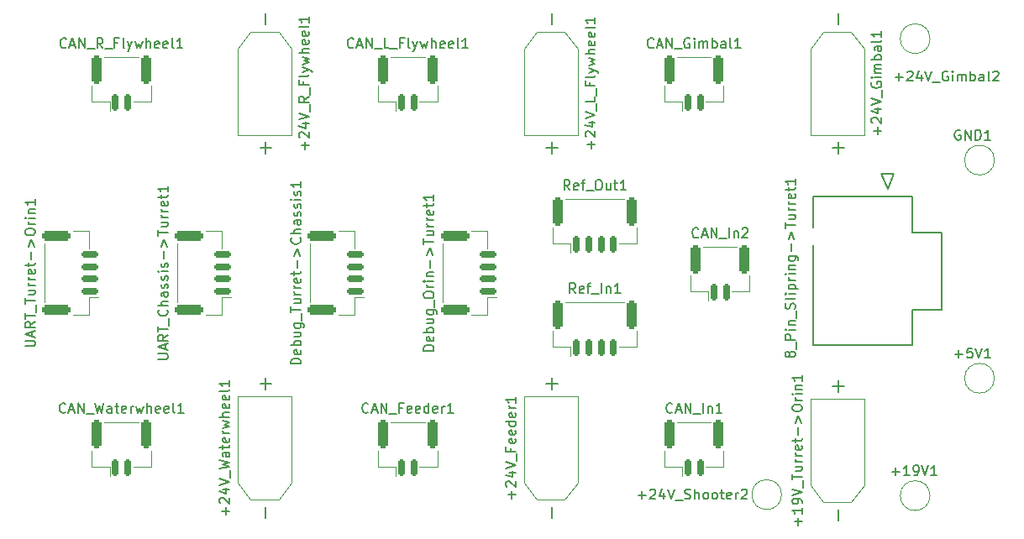
<source format=gto>
G04 #@! TF.GenerationSoftware,KiCad,Pcbnew,7.0.7*
G04 #@! TF.CreationDate,2024-03-23T22:07:43-05:00*
G04 #@! TF.ProjectId,Turret,54757272-6574-42e6-9b69-6361645f7063,rev?*
G04 #@! TF.SameCoordinates,Original*
G04 #@! TF.FileFunction,Legend,Top*
G04 #@! TF.FilePolarity,Positive*
%FSLAX46Y46*%
G04 Gerber Fmt 4.6, Leading zero omitted, Abs format (unit mm)*
G04 Created by KiCad (PCBNEW 7.0.7) date 2024-03-23 22:07:43*
%MOMM*%
%LPD*%
G01*
G04 APERTURE LIST*
G04 Aperture macros list*
%AMRoundRect*
0 Rectangle with rounded corners*
0 $1 Rounding radius*
0 $2 $3 $4 $5 $6 $7 $8 $9 X,Y pos of 4 corners*
0 Add a 4 corners polygon primitive as box body*
4,1,4,$2,$3,$4,$5,$6,$7,$8,$9,$2,$3,0*
0 Add four circle primitives for the rounded corners*
1,1,$1+$1,$2,$3*
1,1,$1+$1,$4,$5*
1,1,$1+$1,$6,$7*
1,1,$1+$1,$8,$9*
0 Add four rect primitives between the rounded corners*
20,1,$1+$1,$2,$3,$4,$5,0*
20,1,$1+$1,$4,$5,$6,$7,0*
20,1,$1+$1,$6,$7,$8,$9,0*
20,1,$1+$1,$8,$9,$2,$3,0*%
G04 Aperture macros list end*
%ADD10C,0.150000*%
%ADD11C,0.120000*%
%ADD12C,0.127000*%
%ADD13RoundRect,0.150000X0.700000X-0.150000X0.700000X0.150000X-0.700000X0.150000X-0.700000X-0.150000X0*%
%ADD14RoundRect,0.250000X1.150000X-0.250000X1.150000X0.250000X-1.150000X0.250000X-1.150000X-0.250000X0*%
%ADD15R,3.800000X3.800000*%
%ADD16C,4.000000*%
%ADD17RoundRect,0.150000X-0.150000X-0.700000X0.150000X-0.700000X0.150000X0.700000X-0.150000X0.700000X0*%
%ADD18RoundRect,0.250000X-0.250000X-1.150000X0.250000X-1.150000X0.250000X1.150000X-0.250000X1.150000X0*%
%ADD19C,3.000000*%
%ADD20C,2.000000*%
%ADD21R,1.520000X1.520000*%
%ADD22C,1.520000*%
G04 APERTURE END LIST*
D10*
X72043707Y-70888667D02*
X71043707Y-70888667D01*
X71043707Y-70888667D02*
X71043707Y-70650572D01*
X71043707Y-70650572D02*
X71091326Y-70507715D01*
X71091326Y-70507715D02*
X71186564Y-70412477D01*
X71186564Y-70412477D02*
X71281802Y-70364858D01*
X71281802Y-70364858D02*
X71472278Y-70317239D01*
X71472278Y-70317239D02*
X71615135Y-70317239D01*
X71615135Y-70317239D02*
X71805611Y-70364858D01*
X71805611Y-70364858D02*
X71900849Y-70412477D01*
X71900849Y-70412477D02*
X71996088Y-70507715D01*
X71996088Y-70507715D02*
X72043707Y-70650572D01*
X72043707Y-70650572D02*
X72043707Y-70888667D01*
X71996088Y-69507715D02*
X72043707Y-69602953D01*
X72043707Y-69602953D02*
X72043707Y-69793429D01*
X72043707Y-69793429D02*
X71996088Y-69888667D01*
X71996088Y-69888667D02*
X71900849Y-69936286D01*
X71900849Y-69936286D02*
X71519897Y-69936286D01*
X71519897Y-69936286D02*
X71424659Y-69888667D01*
X71424659Y-69888667D02*
X71377040Y-69793429D01*
X71377040Y-69793429D02*
X71377040Y-69602953D01*
X71377040Y-69602953D02*
X71424659Y-69507715D01*
X71424659Y-69507715D02*
X71519897Y-69460096D01*
X71519897Y-69460096D02*
X71615135Y-69460096D01*
X71615135Y-69460096D02*
X71710373Y-69936286D01*
X72043707Y-69031524D02*
X71043707Y-69031524D01*
X71424659Y-69031524D02*
X71377040Y-68936286D01*
X71377040Y-68936286D02*
X71377040Y-68745810D01*
X71377040Y-68745810D02*
X71424659Y-68650572D01*
X71424659Y-68650572D02*
X71472278Y-68602953D01*
X71472278Y-68602953D02*
X71567516Y-68555334D01*
X71567516Y-68555334D02*
X71853230Y-68555334D01*
X71853230Y-68555334D02*
X71948468Y-68602953D01*
X71948468Y-68602953D02*
X71996088Y-68650572D01*
X71996088Y-68650572D02*
X72043707Y-68745810D01*
X72043707Y-68745810D02*
X72043707Y-68936286D01*
X72043707Y-68936286D02*
X71996088Y-69031524D01*
X71377040Y-67698191D02*
X72043707Y-67698191D01*
X71377040Y-68126762D02*
X71900849Y-68126762D01*
X71900849Y-68126762D02*
X71996088Y-68079143D01*
X71996088Y-68079143D02*
X72043707Y-67983905D01*
X72043707Y-67983905D02*
X72043707Y-67841048D01*
X72043707Y-67841048D02*
X71996088Y-67745810D01*
X71996088Y-67745810D02*
X71948468Y-67698191D01*
X71377040Y-66793429D02*
X72186564Y-66793429D01*
X72186564Y-66793429D02*
X72281802Y-66841048D01*
X72281802Y-66841048D02*
X72329421Y-66888667D01*
X72329421Y-66888667D02*
X72377040Y-66983905D01*
X72377040Y-66983905D02*
X72377040Y-67126762D01*
X72377040Y-67126762D02*
X72329421Y-67222000D01*
X71996088Y-66793429D02*
X72043707Y-66888667D01*
X72043707Y-66888667D02*
X72043707Y-67079143D01*
X72043707Y-67079143D02*
X71996088Y-67174381D01*
X71996088Y-67174381D02*
X71948468Y-67222000D01*
X71948468Y-67222000D02*
X71853230Y-67269619D01*
X71853230Y-67269619D02*
X71567516Y-67269619D01*
X71567516Y-67269619D02*
X71472278Y-67222000D01*
X71472278Y-67222000D02*
X71424659Y-67174381D01*
X71424659Y-67174381D02*
X71377040Y-67079143D01*
X71377040Y-67079143D02*
X71377040Y-66888667D01*
X71377040Y-66888667D02*
X71424659Y-66793429D01*
X72138945Y-66555334D02*
X72138945Y-65793429D01*
X71043707Y-65698190D02*
X71043707Y-65126762D01*
X72043707Y-65412476D02*
X71043707Y-65412476D01*
X71377040Y-64364857D02*
X72043707Y-64364857D01*
X71377040Y-64793428D02*
X71900849Y-64793428D01*
X71900849Y-64793428D02*
X71996088Y-64745809D01*
X71996088Y-64745809D02*
X72043707Y-64650571D01*
X72043707Y-64650571D02*
X72043707Y-64507714D01*
X72043707Y-64507714D02*
X71996088Y-64412476D01*
X71996088Y-64412476D02*
X71948468Y-64364857D01*
X72043707Y-63888666D02*
X71377040Y-63888666D01*
X71567516Y-63888666D02*
X71472278Y-63841047D01*
X71472278Y-63841047D02*
X71424659Y-63793428D01*
X71424659Y-63793428D02*
X71377040Y-63698190D01*
X71377040Y-63698190D02*
X71377040Y-63602952D01*
X72043707Y-63269618D02*
X71377040Y-63269618D01*
X71567516Y-63269618D02*
X71472278Y-63221999D01*
X71472278Y-63221999D02*
X71424659Y-63174380D01*
X71424659Y-63174380D02*
X71377040Y-63079142D01*
X71377040Y-63079142D02*
X71377040Y-62983904D01*
X71996088Y-62269618D02*
X72043707Y-62364856D01*
X72043707Y-62364856D02*
X72043707Y-62555332D01*
X72043707Y-62555332D02*
X71996088Y-62650570D01*
X71996088Y-62650570D02*
X71900849Y-62698189D01*
X71900849Y-62698189D02*
X71519897Y-62698189D01*
X71519897Y-62698189D02*
X71424659Y-62650570D01*
X71424659Y-62650570D02*
X71377040Y-62555332D01*
X71377040Y-62555332D02*
X71377040Y-62364856D01*
X71377040Y-62364856D02*
X71424659Y-62269618D01*
X71424659Y-62269618D02*
X71519897Y-62221999D01*
X71519897Y-62221999D02*
X71615135Y-62221999D01*
X71615135Y-62221999D02*
X71710373Y-62698189D01*
X71377040Y-61936284D02*
X71377040Y-61555332D01*
X71043707Y-61793427D02*
X71900849Y-61793427D01*
X71900849Y-61793427D02*
X71996088Y-61745808D01*
X71996088Y-61745808D02*
X72043707Y-61650570D01*
X72043707Y-61650570D02*
X72043707Y-61555332D01*
X71662754Y-61221998D02*
X71662754Y-60460094D01*
X71377040Y-59983903D02*
X71662754Y-59221999D01*
X71662754Y-59221999D02*
X71948468Y-59983903D01*
X71948468Y-58174380D02*
X71996088Y-58221999D01*
X71996088Y-58221999D02*
X72043707Y-58364856D01*
X72043707Y-58364856D02*
X72043707Y-58460094D01*
X72043707Y-58460094D02*
X71996088Y-58602951D01*
X71996088Y-58602951D02*
X71900849Y-58698189D01*
X71900849Y-58698189D02*
X71805611Y-58745808D01*
X71805611Y-58745808D02*
X71615135Y-58793427D01*
X71615135Y-58793427D02*
X71472278Y-58793427D01*
X71472278Y-58793427D02*
X71281802Y-58745808D01*
X71281802Y-58745808D02*
X71186564Y-58698189D01*
X71186564Y-58698189D02*
X71091326Y-58602951D01*
X71091326Y-58602951D02*
X71043707Y-58460094D01*
X71043707Y-58460094D02*
X71043707Y-58364856D01*
X71043707Y-58364856D02*
X71091326Y-58221999D01*
X71091326Y-58221999D02*
X71138945Y-58174380D01*
X72043707Y-57745808D02*
X71043707Y-57745808D01*
X72043707Y-57317237D02*
X71519897Y-57317237D01*
X71519897Y-57317237D02*
X71424659Y-57364856D01*
X71424659Y-57364856D02*
X71377040Y-57460094D01*
X71377040Y-57460094D02*
X71377040Y-57602951D01*
X71377040Y-57602951D02*
X71424659Y-57698189D01*
X71424659Y-57698189D02*
X71472278Y-57745808D01*
X72043707Y-56412475D02*
X71519897Y-56412475D01*
X71519897Y-56412475D02*
X71424659Y-56460094D01*
X71424659Y-56460094D02*
X71377040Y-56555332D01*
X71377040Y-56555332D02*
X71377040Y-56745808D01*
X71377040Y-56745808D02*
X71424659Y-56841046D01*
X71996088Y-56412475D02*
X72043707Y-56507713D01*
X72043707Y-56507713D02*
X72043707Y-56745808D01*
X72043707Y-56745808D02*
X71996088Y-56841046D01*
X71996088Y-56841046D02*
X71900849Y-56888665D01*
X71900849Y-56888665D02*
X71805611Y-56888665D01*
X71805611Y-56888665D02*
X71710373Y-56841046D01*
X71710373Y-56841046D02*
X71662754Y-56745808D01*
X71662754Y-56745808D02*
X71662754Y-56507713D01*
X71662754Y-56507713D02*
X71615135Y-56412475D01*
X71996088Y-55983903D02*
X72043707Y-55888665D01*
X72043707Y-55888665D02*
X72043707Y-55698189D01*
X72043707Y-55698189D02*
X71996088Y-55602951D01*
X71996088Y-55602951D02*
X71900849Y-55555332D01*
X71900849Y-55555332D02*
X71853230Y-55555332D01*
X71853230Y-55555332D02*
X71757992Y-55602951D01*
X71757992Y-55602951D02*
X71710373Y-55698189D01*
X71710373Y-55698189D02*
X71710373Y-55841046D01*
X71710373Y-55841046D02*
X71662754Y-55936284D01*
X71662754Y-55936284D02*
X71567516Y-55983903D01*
X71567516Y-55983903D02*
X71519897Y-55983903D01*
X71519897Y-55983903D02*
X71424659Y-55936284D01*
X71424659Y-55936284D02*
X71377040Y-55841046D01*
X71377040Y-55841046D02*
X71377040Y-55698189D01*
X71377040Y-55698189D02*
X71424659Y-55602951D01*
X71996088Y-55174379D02*
X72043707Y-55079141D01*
X72043707Y-55079141D02*
X72043707Y-54888665D01*
X72043707Y-54888665D02*
X71996088Y-54793427D01*
X71996088Y-54793427D02*
X71900849Y-54745808D01*
X71900849Y-54745808D02*
X71853230Y-54745808D01*
X71853230Y-54745808D02*
X71757992Y-54793427D01*
X71757992Y-54793427D02*
X71710373Y-54888665D01*
X71710373Y-54888665D02*
X71710373Y-55031522D01*
X71710373Y-55031522D02*
X71662754Y-55126760D01*
X71662754Y-55126760D02*
X71567516Y-55174379D01*
X71567516Y-55174379D02*
X71519897Y-55174379D01*
X71519897Y-55174379D02*
X71424659Y-55126760D01*
X71424659Y-55126760D02*
X71377040Y-55031522D01*
X71377040Y-55031522D02*
X71377040Y-54888665D01*
X71377040Y-54888665D02*
X71424659Y-54793427D01*
X72043707Y-54317236D02*
X71377040Y-54317236D01*
X71043707Y-54317236D02*
X71091326Y-54364855D01*
X71091326Y-54364855D02*
X71138945Y-54317236D01*
X71138945Y-54317236D02*
X71091326Y-54269617D01*
X71091326Y-54269617D02*
X71043707Y-54317236D01*
X71043707Y-54317236D02*
X71138945Y-54317236D01*
X71996088Y-53888665D02*
X72043707Y-53793427D01*
X72043707Y-53793427D02*
X72043707Y-53602951D01*
X72043707Y-53602951D02*
X71996088Y-53507713D01*
X71996088Y-53507713D02*
X71900849Y-53460094D01*
X71900849Y-53460094D02*
X71853230Y-53460094D01*
X71853230Y-53460094D02*
X71757992Y-53507713D01*
X71757992Y-53507713D02*
X71710373Y-53602951D01*
X71710373Y-53602951D02*
X71710373Y-53745808D01*
X71710373Y-53745808D02*
X71662754Y-53841046D01*
X71662754Y-53841046D02*
X71567516Y-53888665D01*
X71567516Y-53888665D02*
X71519897Y-53888665D01*
X71519897Y-53888665D02*
X71424659Y-53841046D01*
X71424659Y-53841046D02*
X71377040Y-53745808D01*
X71377040Y-53745808D02*
X71377040Y-53602951D01*
X71377040Y-53602951D02*
X71424659Y-53507713D01*
X72043707Y-52507713D02*
X72043707Y-53079141D01*
X72043707Y-52793427D02*
X71043707Y-52793427D01*
X71043707Y-52793427D02*
X71186564Y-52888665D01*
X71186564Y-52888665D02*
X71281802Y-52983903D01*
X71281802Y-52983903D02*
X71329421Y-53079141D01*
X72467466Y-49256667D02*
X72467466Y-48494763D01*
X72848419Y-48875715D02*
X72086514Y-48875715D01*
X71943657Y-48066191D02*
X71896038Y-48018572D01*
X71896038Y-48018572D02*
X71848419Y-47923334D01*
X71848419Y-47923334D02*
X71848419Y-47685239D01*
X71848419Y-47685239D02*
X71896038Y-47590001D01*
X71896038Y-47590001D02*
X71943657Y-47542382D01*
X71943657Y-47542382D02*
X72038895Y-47494763D01*
X72038895Y-47494763D02*
X72134133Y-47494763D01*
X72134133Y-47494763D02*
X72276990Y-47542382D01*
X72276990Y-47542382D02*
X72848419Y-48113810D01*
X72848419Y-48113810D02*
X72848419Y-47494763D01*
X72181752Y-46637620D02*
X72848419Y-46637620D01*
X71800800Y-46875715D02*
X72515085Y-47113810D01*
X72515085Y-47113810D02*
X72515085Y-46494763D01*
X71848419Y-46256667D02*
X72848419Y-45923334D01*
X72848419Y-45923334D02*
X71848419Y-45590001D01*
X72943657Y-45494763D02*
X72943657Y-44732858D01*
X72848419Y-43923334D02*
X72372228Y-44256667D01*
X72848419Y-44494762D02*
X71848419Y-44494762D01*
X71848419Y-44494762D02*
X71848419Y-44113810D01*
X71848419Y-44113810D02*
X71896038Y-44018572D01*
X71896038Y-44018572D02*
X71943657Y-43970953D01*
X71943657Y-43970953D02*
X72038895Y-43923334D01*
X72038895Y-43923334D02*
X72181752Y-43923334D01*
X72181752Y-43923334D02*
X72276990Y-43970953D01*
X72276990Y-43970953D02*
X72324609Y-44018572D01*
X72324609Y-44018572D02*
X72372228Y-44113810D01*
X72372228Y-44113810D02*
X72372228Y-44494762D01*
X72943657Y-43732858D02*
X72943657Y-42970953D01*
X72324609Y-42399524D02*
X72324609Y-42732857D01*
X72848419Y-42732857D02*
X71848419Y-42732857D01*
X71848419Y-42732857D02*
X71848419Y-42256667D01*
X72848419Y-41732857D02*
X72800800Y-41828095D01*
X72800800Y-41828095D02*
X72705561Y-41875714D01*
X72705561Y-41875714D02*
X71848419Y-41875714D01*
X72181752Y-41447142D02*
X72848419Y-41209047D01*
X72181752Y-40970952D02*
X72848419Y-41209047D01*
X72848419Y-41209047D02*
X73086514Y-41304285D01*
X73086514Y-41304285D02*
X73134133Y-41351904D01*
X73134133Y-41351904D02*
X73181752Y-41447142D01*
X72181752Y-40685237D02*
X72848419Y-40494761D01*
X72848419Y-40494761D02*
X72372228Y-40304285D01*
X72372228Y-40304285D02*
X72848419Y-40113809D01*
X72848419Y-40113809D02*
X72181752Y-39923333D01*
X72848419Y-39542380D02*
X71848419Y-39542380D01*
X72848419Y-39113809D02*
X72324609Y-39113809D01*
X72324609Y-39113809D02*
X72229371Y-39161428D01*
X72229371Y-39161428D02*
X72181752Y-39256666D01*
X72181752Y-39256666D02*
X72181752Y-39399523D01*
X72181752Y-39399523D02*
X72229371Y-39494761D01*
X72229371Y-39494761D02*
X72276990Y-39542380D01*
X72800800Y-38256666D02*
X72848419Y-38351904D01*
X72848419Y-38351904D02*
X72848419Y-38542380D01*
X72848419Y-38542380D02*
X72800800Y-38637618D01*
X72800800Y-38637618D02*
X72705561Y-38685237D01*
X72705561Y-38685237D02*
X72324609Y-38685237D01*
X72324609Y-38685237D02*
X72229371Y-38637618D01*
X72229371Y-38637618D02*
X72181752Y-38542380D01*
X72181752Y-38542380D02*
X72181752Y-38351904D01*
X72181752Y-38351904D02*
X72229371Y-38256666D01*
X72229371Y-38256666D02*
X72324609Y-38209047D01*
X72324609Y-38209047D02*
X72419847Y-38209047D01*
X72419847Y-38209047D02*
X72515085Y-38685237D01*
X72800800Y-37399523D02*
X72848419Y-37494761D01*
X72848419Y-37494761D02*
X72848419Y-37685237D01*
X72848419Y-37685237D02*
X72800800Y-37780475D01*
X72800800Y-37780475D02*
X72705561Y-37828094D01*
X72705561Y-37828094D02*
X72324609Y-37828094D01*
X72324609Y-37828094D02*
X72229371Y-37780475D01*
X72229371Y-37780475D02*
X72181752Y-37685237D01*
X72181752Y-37685237D02*
X72181752Y-37494761D01*
X72181752Y-37494761D02*
X72229371Y-37399523D01*
X72229371Y-37399523D02*
X72324609Y-37351904D01*
X72324609Y-37351904D02*
X72419847Y-37351904D01*
X72419847Y-37351904D02*
X72515085Y-37828094D01*
X72848419Y-36780475D02*
X72800800Y-36875713D01*
X72800800Y-36875713D02*
X72705561Y-36923332D01*
X72705561Y-36923332D02*
X71848419Y-36923332D01*
X72848419Y-35875713D02*
X72848419Y-36447141D01*
X72848419Y-36161427D02*
X71848419Y-36161427D01*
X71848419Y-36161427D02*
X71991276Y-36256665D01*
X71991276Y-36256665D02*
X72086514Y-36351903D01*
X72086514Y-36351903D02*
X72134133Y-36447141D01*
X68508300Y-36661428D02*
X68508300Y-35518571D01*
X68508300Y-49661428D02*
X68508300Y-48518571D01*
X69079728Y-49089999D02*
X67936871Y-49089999D01*
X99161189Y-53350819D02*
X98827856Y-52874628D01*
X98589761Y-53350819D02*
X98589761Y-52350819D01*
X98589761Y-52350819D02*
X98970713Y-52350819D01*
X98970713Y-52350819D02*
X99065951Y-52398438D01*
X99065951Y-52398438D02*
X99113570Y-52446057D01*
X99113570Y-52446057D02*
X99161189Y-52541295D01*
X99161189Y-52541295D02*
X99161189Y-52684152D01*
X99161189Y-52684152D02*
X99113570Y-52779390D01*
X99113570Y-52779390D02*
X99065951Y-52827009D01*
X99065951Y-52827009D02*
X98970713Y-52874628D01*
X98970713Y-52874628D02*
X98589761Y-52874628D01*
X99970713Y-53303200D02*
X99875475Y-53350819D01*
X99875475Y-53350819D02*
X99684999Y-53350819D01*
X99684999Y-53350819D02*
X99589761Y-53303200D01*
X99589761Y-53303200D02*
X99542142Y-53207961D01*
X99542142Y-53207961D02*
X99542142Y-52827009D01*
X99542142Y-52827009D02*
X99589761Y-52731771D01*
X99589761Y-52731771D02*
X99684999Y-52684152D01*
X99684999Y-52684152D02*
X99875475Y-52684152D01*
X99875475Y-52684152D02*
X99970713Y-52731771D01*
X99970713Y-52731771D02*
X100018332Y-52827009D01*
X100018332Y-52827009D02*
X100018332Y-52922247D01*
X100018332Y-52922247D02*
X99542142Y-53017485D01*
X100304047Y-52684152D02*
X100684999Y-52684152D01*
X100446904Y-53350819D02*
X100446904Y-52493676D01*
X100446904Y-52493676D02*
X100494523Y-52398438D01*
X100494523Y-52398438D02*
X100589761Y-52350819D01*
X100589761Y-52350819D02*
X100684999Y-52350819D01*
X100780238Y-53446057D02*
X101542142Y-53446057D01*
X101970714Y-52350819D02*
X102161190Y-52350819D01*
X102161190Y-52350819D02*
X102256428Y-52398438D01*
X102256428Y-52398438D02*
X102351666Y-52493676D01*
X102351666Y-52493676D02*
X102399285Y-52684152D01*
X102399285Y-52684152D02*
X102399285Y-53017485D01*
X102399285Y-53017485D02*
X102351666Y-53207961D01*
X102351666Y-53207961D02*
X102256428Y-53303200D01*
X102256428Y-53303200D02*
X102161190Y-53350819D01*
X102161190Y-53350819D02*
X101970714Y-53350819D01*
X101970714Y-53350819D02*
X101875476Y-53303200D01*
X101875476Y-53303200D02*
X101780238Y-53207961D01*
X101780238Y-53207961D02*
X101732619Y-53017485D01*
X101732619Y-53017485D02*
X101732619Y-52684152D01*
X101732619Y-52684152D02*
X101780238Y-52493676D01*
X101780238Y-52493676D02*
X101875476Y-52398438D01*
X101875476Y-52398438D02*
X101970714Y-52350819D01*
X103256428Y-52684152D02*
X103256428Y-53350819D01*
X102827857Y-52684152D02*
X102827857Y-53207961D01*
X102827857Y-53207961D02*
X102875476Y-53303200D01*
X102875476Y-53303200D02*
X102970714Y-53350819D01*
X102970714Y-53350819D02*
X103113571Y-53350819D01*
X103113571Y-53350819D02*
X103208809Y-53303200D01*
X103208809Y-53303200D02*
X103256428Y-53255580D01*
X103589762Y-52684152D02*
X103970714Y-52684152D01*
X103732619Y-52350819D02*
X103732619Y-53207961D01*
X103732619Y-53207961D02*
X103780238Y-53303200D01*
X103780238Y-53303200D02*
X103875476Y-53350819D01*
X103875476Y-53350819D02*
X103970714Y-53350819D01*
X104827857Y-53350819D02*
X104256429Y-53350819D01*
X104542143Y-53350819D02*
X104542143Y-52350819D01*
X104542143Y-52350819D02*
X104446905Y-52493676D01*
X104446905Y-52493676D02*
X104351667Y-52588914D01*
X104351667Y-52588914D02*
X104256429Y-52636533D01*
X85436819Y-69555333D02*
X84436819Y-69555333D01*
X84436819Y-69555333D02*
X84436819Y-69317238D01*
X84436819Y-69317238D02*
X84484438Y-69174381D01*
X84484438Y-69174381D02*
X84579676Y-69079143D01*
X84579676Y-69079143D02*
X84674914Y-69031524D01*
X84674914Y-69031524D02*
X84865390Y-68983905D01*
X84865390Y-68983905D02*
X85008247Y-68983905D01*
X85008247Y-68983905D02*
X85198723Y-69031524D01*
X85198723Y-69031524D02*
X85293961Y-69079143D01*
X85293961Y-69079143D02*
X85389200Y-69174381D01*
X85389200Y-69174381D02*
X85436819Y-69317238D01*
X85436819Y-69317238D02*
X85436819Y-69555333D01*
X85389200Y-68174381D02*
X85436819Y-68269619D01*
X85436819Y-68269619D02*
X85436819Y-68460095D01*
X85436819Y-68460095D02*
X85389200Y-68555333D01*
X85389200Y-68555333D02*
X85293961Y-68602952D01*
X85293961Y-68602952D02*
X84913009Y-68602952D01*
X84913009Y-68602952D02*
X84817771Y-68555333D01*
X84817771Y-68555333D02*
X84770152Y-68460095D01*
X84770152Y-68460095D02*
X84770152Y-68269619D01*
X84770152Y-68269619D02*
X84817771Y-68174381D01*
X84817771Y-68174381D02*
X84913009Y-68126762D01*
X84913009Y-68126762D02*
X85008247Y-68126762D01*
X85008247Y-68126762D02*
X85103485Y-68602952D01*
X85436819Y-67698190D02*
X84436819Y-67698190D01*
X84817771Y-67698190D02*
X84770152Y-67602952D01*
X84770152Y-67602952D02*
X84770152Y-67412476D01*
X84770152Y-67412476D02*
X84817771Y-67317238D01*
X84817771Y-67317238D02*
X84865390Y-67269619D01*
X84865390Y-67269619D02*
X84960628Y-67222000D01*
X84960628Y-67222000D02*
X85246342Y-67222000D01*
X85246342Y-67222000D02*
X85341580Y-67269619D01*
X85341580Y-67269619D02*
X85389200Y-67317238D01*
X85389200Y-67317238D02*
X85436819Y-67412476D01*
X85436819Y-67412476D02*
X85436819Y-67602952D01*
X85436819Y-67602952D02*
X85389200Y-67698190D01*
X84770152Y-66364857D02*
X85436819Y-66364857D01*
X84770152Y-66793428D02*
X85293961Y-66793428D01*
X85293961Y-66793428D02*
X85389200Y-66745809D01*
X85389200Y-66745809D02*
X85436819Y-66650571D01*
X85436819Y-66650571D02*
X85436819Y-66507714D01*
X85436819Y-66507714D02*
X85389200Y-66412476D01*
X85389200Y-66412476D02*
X85341580Y-66364857D01*
X84770152Y-65460095D02*
X85579676Y-65460095D01*
X85579676Y-65460095D02*
X85674914Y-65507714D01*
X85674914Y-65507714D02*
X85722533Y-65555333D01*
X85722533Y-65555333D02*
X85770152Y-65650571D01*
X85770152Y-65650571D02*
X85770152Y-65793428D01*
X85770152Y-65793428D02*
X85722533Y-65888666D01*
X85389200Y-65460095D02*
X85436819Y-65555333D01*
X85436819Y-65555333D02*
X85436819Y-65745809D01*
X85436819Y-65745809D02*
X85389200Y-65841047D01*
X85389200Y-65841047D02*
X85341580Y-65888666D01*
X85341580Y-65888666D02*
X85246342Y-65936285D01*
X85246342Y-65936285D02*
X84960628Y-65936285D01*
X84960628Y-65936285D02*
X84865390Y-65888666D01*
X84865390Y-65888666D02*
X84817771Y-65841047D01*
X84817771Y-65841047D02*
X84770152Y-65745809D01*
X84770152Y-65745809D02*
X84770152Y-65555333D01*
X84770152Y-65555333D02*
X84817771Y-65460095D01*
X85532057Y-65222000D02*
X85532057Y-64460095D01*
X84436819Y-64031523D02*
X84436819Y-63841047D01*
X84436819Y-63841047D02*
X84484438Y-63745809D01*
X84484438Y-63745809D02*
X84579676Y-63650571D01*
X84579676Y-63650571D02*
X84770152Y-63602952D01*
X84770152Y-63602952D02*
X85103485Y-63602952D01*
X85103485Y-63602952D02*
X85293961Y-63650571D01*
X85293961Y-63650571D02*
X85389200Y-63745809D01*
X85389200Y-63745809D02*
X85436819Y-63841047D01*
X85436819Y-63841047D02*
X85436819Y-64031523D01*
X85436819Y-64031523D02*
X85389200Y-64126761D01*
X85389200Y-64126761D02*
X85293961Y-64221999D01*
X85293961Y-64221999D02*
X85103485Y-64269618D01*
X85103485Y-64269618D02*
X84770152Y-64269618D01*
X84770152Y-64269618D02*
X84579676Y-64221999D01*
X84579676Y-64221999D02*
X84484438Y-64126761D01*
X84484438Y-64126761D02*
X84436819Y-64031523D01*
X85436819Y-63174380D02*
X84770152Y-63174380D01*
X84960628Y-63174380D02*
X84865390Y-63126761D01*
X84865390Y-63126761D02*
X84817771Y-63079142D01*
X84817771Y-63079142D02*
X84770152Y-62983904D01*
X84770152Y-62983904D02*
X84770152Y-62888666D01*
X85436819Y-62555332D02*
X84770152Y-62555332D01*
X84436819Y-62555332D02*
X84484438Y-62602951D01*
X84484438Y-62602951D02*
X84532057Y-62555332D01*
X84532057Y-62555332D02*
X84484438Y-62507713D01*
X84484438Y-62507713D02*
X84436819Y-62555332D01*
X84436819Y-62555332D02*
X84532057Y-62555332D01*
X84770152Y-62079142D02*
X85436819Y-62079142D01*
X84865390Y-62079142D02*
X84817771Y-62031523D01*
X84817771Y-62031523D02*
X84770152Y-61936285D01*
X84770152Y-61936285D02*
X84770152Y-61793428D01*
X84770152Y-61793428D02*
X84817771Y-61698190D01*
X84817771Y-61698190D02*
X84913009Y-61650571D01*
X84913009Y-61650571D02*
X85436819Y-61650571D01*
X85055866Y-61174380D02*
X85055866Y-60412476D01*
X84770152Y-59936285D02*
X85055866Y-59174381D01*
X85055866Y-59174381D02*
X85341580Y-59936285D01*
X84436819Y-58841047D02*
X84436819Y-58269619D01*
X85436819Y-58555333D02*
X84436819Y-58555333D01*
X84770152Y-57507714D02*
X85436819Y-57507714D01*
X84770152Y-57936285D02*
X85293961Y-57936285D01*
X85293961Y-57936285D02*
X85389200Y-57888666D01*
X85389200Y-57888666D02*
X85436819Y-57793428D01*
X85436819Y-57793428D02*
X85436819Y-57650571D01*
X85436819Y-57650571D02*
X85389200Y-57555333D01*
X85389200Y-57555333D02*
X85341580Y-57507714D01*
X85436819Y-57031523D02*
X84770152Y-57031523D01*
X84960628Y-57031523D02*
X84865390Y-56983904D01*
X84865390Y-56983904D02*
X84817771Y-56936285D01*
X84817771Y-56936285D02*
X84770152Y-56841047D01*
X84770152Y-56841047D02*
X84770152Y-56745809D01*
X85436819Y-56412475D02*
X84770152Y-56412475D01*
X84960628Y-56412475D02*
X84865390Y-56364856D01*
X84865390Y-56364856D02*
X84817771Y-56317237D01*
X84817771Y-56317237D02*
X84770152Y-56221999D01*
X84770152Y-56221999D02*
X84770152Y-56126761D01*
X85389200Y-55412475D02*
X85436819Y-55507713D01*
X85436819Y-55507713D02*
X85436819Y-55698189D01*
X85436819Y-55698189D02*
X85389200Y-55793427D01*
X85389200Y-55793427D02*
X85293961Y-55841046D01*
X85293961Y-55841046D02*
X84913009Y-55841046D01*
X84913009Y-55841046D02*
X84817771Y-55793427D01*
X84817771Y-55793427D02*
X84770152Y-55698189D01*
X84770152Y-55698189D02*
X84770152Y-55507713D01*
X84770152Y-55507713D02*
X84817771Y-55412475D01*
X84817771Y-55412475D02*
X84913009Y-55364856D01*
X84913009Y-55364856D02*
X85008247Y-55364856D01*
X85008247Y-55364856D02*
X85103485Y-55841046D01*
X84770152Y-55079141D02*
X84770152Y-54698189D01*
X84436819Y-54936284D02*
X85293961Y-54936284D01*
X85293961Y-54936284D02*
X85389200Y-54888665D01*
X85389200Y-54888665D02*
X85436819Y-54793427D01*
X85436819Y-54793427D02*
X85436819Y-54698189D01*
X85436819Y-53841046D02*
X85436819Y-54412474D01*
X85436819Y-54126760D02*
X84436819Y-54126760D01*
X84436819Y-54126760D02*
X84579676Y-54221998D01*
X84579676Y-54221998D02*
X84674914Y-54317236D01*
X84674914Y-54317236D02*
X84722533Y-54412474D01*
X48417379Y-38949580D02*
X48369760Y-38997200D01*
X48369760Y-38997200D02*
X48226903Y-39044819D01*
X48226903Y-39044819D02*
X48131665Y-39044819D01*
X48131665Y-39044819D02*
X47988808Y-38997200D01*
X47988808Y-38997200D02*
X47893570Y-38901961D01*
X47893570Y-38901961D02*
X47845951Y-38806723D01*
X47845951Y-38806723D02*
X47798332Y-38616247D01*
X47798332Y-38616247D02*
X47798332Y-38473390D01*
X47798332Y-38473390D02*
X47845951Y-38282914D01*
X47845951Y-38282914D02*
X47893570Y-38187676D01*
X47893570Y-38187676D02*
X47988808Y-38092438D01*
X47988808Y-38092438D02*
X48131665Y-38044819D01*
X48131665Y-38044819D02*
X48226903Y-38044819D01*
X48226903Y-38044819D02*
X48369760Y-38092438D01*
X48369760Y-38092438D02*
X48417379Y-38140057D01*
X48798332Y-38759104D02*
X49274522Y-38759104D01*
X48703094Y-39044819D02*
X49036427Y-38044819D01*
X49036427Y-38044819D02*
X49369760Y-39044819D01*
X49703094Y-39044819D02*
X49703094Y-38044819D01*
X49703094Y-38044819D02*
X50274522Y-39044819D01*
X50274522Y-39044819D02*
X50274522Y-38044819D01*
X50512618Y-39140057D02*
X51274522Y-39140057D01*
X52084046Y-39044819D02*
X51750713Y-38568628D01*
X51512618Y-39044819D02*
X51512618Y-38044819D01*
X51512618Y-38044819D02*
X51893570Y-38044819D01*
X51893570Y-38044819D02*
X51988808Y-38092438D01*
X51988808Y-38092438D02*
X52036427Y-38140057D01*
X52036427Y-38140057D02*
X52084046Y-38235295D01*
X52084046Y-38235295D02*
X52084046Y-38378152D01*
X52084046Y-38378152D02*
X52036427Y-38473390D01*
X52036427Y-38473390D02*
X51988808Y-38521009D01*
X51988808Y-38521009D02*
X51893570Y-38568628D01*
X51893570Y-38568628D02*
X51512618Y-38568628D01*
X52274523Y-39140057D02*
X53036427Y-39140057D01*
X53607856Y-38521009D02*
X53274523Y-38521009D01*
X53274523Y-39044819D02*
X53274523Y-38044819D01*
X53274523Y-38044819D02*
X53750713Y-38044819D01*
X54274523Y-39044819D02*
X54179285Y-38997200D01*
X54179285Y-38997200D02*
X54131666Y-38901961D01*
X54131666Y-38901961D02*
X54131666Y-38044819D01*
X54560238Y-38378152D02*
X54798333Y-39044819D01*
X55036428Y-38378152D02*
X54798333Y-39044819D01*
X54798333Y-39044819D02*
X54703095Y-39282914D01*
X54703095Y-39282914D02*
X54655476Y-39330533D01*
X54655476Y-39330533D02*
X54560238Y-39378152D01*
X55322143Y-38378152D02*
X55512619Y-39044819D01*
X55512619Y-39044819D02*
X55703095Y-38568628D01*
X55703095Y-38568628D02*
X55893571Y-39044819D01*
X55893571Y-39044819D02*
X56084047Y-38378152D01*
X56465000Y-39044819D02*
X56465000Y-38044819D01*
X56893571Y-39044819D02*
X56893571Y-38521009D01*
X56893571Y-38521009D02*
X56845952Y-38425771D01*
X56845952Y-38425771D02*
X56750714Y-38378152D01*
X56750714Y-38378152D02*
X56607857Y-38378152D01*
X56607857Y-38378152D02*
X56512619Y-38425771D01*
X56512619Y-38425771D02*
X56465000Y-38473390D01*
X57750714Y-38997200D02*
X57655476Y-39044819D01*
X57655476Y-39044819D02*
X57465000Y-39044819D01*
X57465000Y-39044819D02*
X57369762Y-38997200D01*
X57369762Y-38997200D02*
X57322143Y-38901961D01*
X57322143Y-38901961D02*
X57322143Y-38521009D01*
X57322143Y-38521009D02*
X57369762Y-38425771D01*
X57369762Y-38425771D02*
X57465000Y-38378152D01*
X57465000Y-38378152D02*
X57655476Y-38378152D01*
X57655476Y-38378152D02*
X57750714Y-38425771D01*
X57750714Y-38425771D02*
X57798333Y-38521009D01*
X57798333Y-38521009D02*
X57798333Y-38616247D01*
X57798333Y-38616247D02*
X57322143Y-38711485D01*
X58607857Y-38997200D02*
X58512619Y-39044819D01*
X58512619Y-39044819D02*
X58322143Y-39044819D01*
X58322143Y-39044819D02*
X58226905Y-38997200D01*
X58226905Y-38997200D02*
X58179286Y-38901961D01*
X58179286Y-38901961D02*
X58179286Y-38521009D01*
X58179286Y-38521009D02*
X58226905Y-38425771D01*
X58226905Y-38425771D02*
X58322143Y-38378152D01*
X58322143Y-38378152D02*
X58512619Y-38378152D01*
X58512619Y-38378152D02*
X58607857Y-38425771D01*
X58607857Y-38425771D02*
X58655476Y-38521009D01*
X58655476Y-38521009D02*
X58655476Y-38616247D01*
X58655476Y-38616247D02*
X58179286Y-38711485D01*
X59226905Y-39044819D02*
X59131667Y-38997200D01*
X59131667Y-38997200D02*
X59084048Y-38901961D01*
X59084048Y-38901961D02*
X59084048Y-38044819D01*
X60131667Y-39044819D02*
X59560239Y-39044819D01*
X59845953Y-39044819D02*
X59845953Y-38044819D01*
X59845953Y-38044819D02*
X59750715Y-38187676D01*
X59750715Y-38187676D02*
X59655477Y-38282914D01*
X59655477Y-38282914D02*
X59560239Y-38330533D01*
X48322141Y-75736580D02*
X48274522Y-75784200D01*
X48274522Y-75784200D02*
X48131665Y-75831819D01*
X48131665Y-75831819D02*
X48036427Y-75831819D01*
X48036427Y-75831819D02*
X47893570Y-75784200D01*
X47893570Y-75784200D02*
X47798332Y-75688961D01*
X47798332Y-75688961D02*
X47750713Y-75593723D01*
X47750713Y-75593723D02*
X47703094Y-75403247D01*
X47703094Y-75403247D02*
X47703094Y-75260390D01*
X47703094Y-75260390D02*
X47750713Y-75069914D01*
X47750713Y-75069914D02*
X47798332Y-74974676D01*
X47798332Y-74974676D02*
X47893570Y-74879438D01*
X47893570Y-74879438D02*
X48036427Y-74831819D01*
X48036427Y-74831819D02*
X48131665Y-74831819D01*
X48131665Y-74831819D02*
X48274522Y-74879438D01*
X48274522Y-74879438D02*
X48322141Y-74927057D01*
X48703094Y-75546104D02*
X49179284Y-75546104D01*
X48607856Y-75831819D02*
X48941189Y-74831819D01*
X48941189Y-74831819D02*
X49274522Y-75831819D01*
X49607856Y-75831819D02*
X49607856Y-74831819D01*
X49607856Y-74831819D02*
X50179284Y-75831819D01*
X50179284Y-75831819D02*
X50179284Y-74831819D01*
X50417380Y-75927057D02*
X51179284Y-75927057D01*
X51322142Y-74831819D02*
X51560237Y-75831819D01*
X51560237Y-75831819D02*
X51750713Y-75117533D01*
X51750713Y-75117533D02*
X51941189Y-75831819D01*
X51941189Y-75831819D02*
X52179285Y-74831819D01*
X52988808Y-75831819D02*
X52988808Y-75308009D01*
X52988808Y-75308009D02*
X52941189Y-75212771D01*
X52941189Y-75212771D02*
X52845951Y-75165152D01*
X52845951Y-75165152D02*
X52655475Y-75165152D01*
X52655475Y-75165152D02*
X52560237Y-75212771D01*
X52988808Y-75784200D02*
X52893570Y-75831819D01*
X52893570Y-75831819D02*
X52655475Y-75831819D01*
X52655475Y-75831819D02*
X52560237Y-75784200D01*
X52560237Y-75784200D02*
X52512618Y-75688961D01*
X52512618Y-75688961D02*
X52512618Y-75593723D01*
X52512618Y-75593723D02*
X52560237Y-75498485D01*
X52560237Y-75498485D02*
X52655475Y-75450866D01*
X52655475Y-75450866D02*
X52893570Y-75450866D01*
X52893570Y-75450866D02*
X52988808Y-75403247D01*
X53322142Y-75165152D02*
X53703094Y-75165152D01*
X53464999Y-74831819D02*
X53464999Y-75688961D01*
X53464999Y-75688961D02*
X53512618Y-75784200D01*
X53512618Y-75784200D02*
X53607856Y-75831819D01*
X53607856Y-75831819D02*
X53703094Y-75831819D01*
X54417380Y-75784200D02*
X54322142Y-75831819D01*
X54322142Y-75831819D02*
X54131666Y-75831819D01*
X54131666Y-75831819D02*
X54036428Y-75784200D01*
X54036428Y-75784200D02*
X53988809Y-75688961D01*
X53988809Y-75688961D02*
X53988809Y-75308009D01*
X53988809Y-75308009D02*
X54036428Y-75212771D01*
X54036428Y-75212771D02*
X54131666Y-75165152D01*
X54131666Y-75165152D02*
X54322142Y-75165152D01*
X54322142Y-75165152D02*
X54417380Y-75212771D01*
X54417380Y-75212771D02*
X54464999Y-75308009D01*
X54464999Y-75308009D02*
X54464999Y-75403247D01*
X54464999Y-75403247D02*
X53988809Y-75498485D01*
X54893571Y-75831819D02*
X54893571Y-75165152D01*
X54893571Y-75355628D02*
X54941190Y-75260390D01*
X54941190Y-75260390D02*
X54988809Y-75212771D01*
X54988809Y-75212771D02*
X55084047Y-75165152D01*
X55084047Y-75165152D02*
X55179285Y-75165152D01*
X55417381Y-75165152D02*
X55607857Y-75831819D01*
X55607857Y-75831819D02*
X55798333Y-75355628D01*
X55798333Y-75355628D02*
X55988809Y-75831819D01*
X55988809Y-75831819D02*
X56179285Y-75165152D01*
X56560238Y-75831819D02*
X56560238Y-74831819D01*
X56988809Y-75831819D02*
X56988809Y-75308009D01*
X56988809Y-75308009D02*
X56941190Y-75212771D01*
X56941190Y-75212771D02*
X56845952Y-75165152D01*
X56845952Y-75165152D02*
X56703095Y-75165152D01*
X56703095Y-75165152D02*
X56607857Y-75212771D01*
X56607857Y-75212771D02*
X56560238Y-75260390D01*
X57845952Y-75784200D02*
X57750714Y-75831819D01*
X57750714Y-75831819D02*
X57560238Y-75831819D01*
X57560238Y-75831819D02*
X57465000Y-75784200D01*
X57465000Y-75784200D02*
X57417381Y-75688961D01*
X57417381Y-75688961D02*
X57417381Y-75308009D01*
X57417381Y-75308009D02*
X57465000Y-75212771D01*
X57465000Y-75212771D02*
X57560238Y-75165152D01*
X57560238Y-75165152D02*
X57750714Y-75165152D01*
X57750714Y-75165152D02*
X57845952Y-75212771D01*
X57845952Y-75212771D02*
X57893571Y-75308009D01*
X57893571Y-75308009D02*
X57893571Y-75403247D01*
X57893571Y-75403247D02*
X57417381Y-75498485D01*
X58703095Y-75784200D02*
X58607857Y-75831819D01*
X58607857Y-75831819D02*
X58417381Y-75831819D01*
X58417381Y-75831819D02*
X58322143Y-75784200D01*
X58322143Y-75784200D02*
X58274524Y-75688961D01*
X58274524Y-75688961D02*
X58274524Y-75308009D01*
X58274524Y-75308009D02*
X58322143Y-75212771D01*
X58322143Y-75212771D02*
X58417381Y-75165152D01*
X58417381Y-75165152D02*
X58607857Y-75165152D01*
X58607857Y-75165152D02*
X58703095Y-75212771D01*
X58703095Y-75212771D02*
X58750714Y-75308009D01*
X58750714Y-75308009D02*
X58750714Y-75403247D01*
X58750714Y-75403247D02*
X58274524Y-75498485D01*
X59322143Y-75831819D02*
X59226905Y-75784200D01*
X59226905Y-75784200D02*
X59179286Y-75688961D01*
X59179286Y-75688961D02*
X59179286Y-74831819D01*
X60226905Y-75831819D02*
X59655477Y-75831819D01*
X59941191Y-75831819D02*
X59941191Y-74831819D01*
X59941191Y-74831819D02*
X59845953Y-74974676D01*
X59845953Y-74974676D02*
X59750715Y-75069914D01*
X59750715Y-75069914D02*
X59655477Y-75117533D01*
X130181866Y-47780475D02*
X130181866Y-47018571D01*
X130562819Y-47399523D02*
X129800914Y-47399523D01*
X129658057Y-46589999D02*
X129610438Y-46542380D01*
X129610438Y-46542380D02*
X129562819Y-46447142D01*
X129562819Y-46447142D02*
X129562819Y-46209047D01*
X129562819Y-46209047D02*
X129610438Y-46113809D01*
X129610438Y-46113809D02*
X129658057Y-46066190D01*
X129658057Y-46066190D02*
X129753295Y-46018571D01*
X129753295Y-46018571D02*
X129848533Y-46018571D01*
X129848533Y-46018571D02*
X129991390Y-46066190D01*
X129991390Y-46066190D02*
X130562819Y-46637618D01*
X130562819Y-46637618D02*
X130562819Y-46018571D01*
X129896152Y-45161428D02*
X130562819Y-45161428D01*
X129515200Y-45399523D02*
X130229485Y-45637618D01*
X130229485Y-45637618D02*
X130229485Y-45018571D01*
X129562819Y-44780475D02*
X130562819Y-44447142D01*
X130562819Y-44447142D02*
X129562819Y-44113809D01*
X130658057Y-44018571D02*
X130658057Y-43256666D01*
X129610438Y-42494761D02*
X129562819Y-42589999D01*
X129562819Y-42589999D02*
X129562819Y-42732856D01*
X129562819Y-42732856D02*
X129610438Y-42875713D01*
X129610438Y-42875713D02*
X129705676Y-42970951D01*
X129705676Y-42970951D02*
X129800914Y-43018570D01*
X129800914Y-43018570D02*
X129991390Y-43066189D01*
X129991390Y-43066189D02*
X130134247Y-43066189D01*
X130134247Y-43066189D02*
X130324723Y-43018570D01*
X130324723Y-43018570D02*
X130419961Y-42970951D01*
X130419961Y-42970951D02*
X130515200Y-42875713D01*
X130515200Y-42875713D02*
X130562819Y-42732856D01*
X130562819Y-42732856D02*
X130562819Y-42637618D01*
X130562819Y-42637618D02*
X130515200Y-42494761D01*
X130515200Y-42494761D02*
X130467580Y-42447142D01*
X130467580Y-42447142D02*
X130134247Y-42447142D01*
X130134247Y-42447142D02*
X130134247Y-42637618D01*
X130562819Y-42018570D02*
X129896152Y-42018570D01*
X129562819Y-42018570D02*
X129610438Y-42066189D01*
X129610438Y-42066189D02*
X129658057Y-42018570D01*
X129658057Y-42018570D02*
X129610438Y-41970951D01*
X129610438Y-41970951D02*
X129562819Y-42018570D01*
X129562819Y-42018570D02*
X129658057Y-42018570D01*
X130562819Y-41542380D02*
X129896152Y-41542380D01*
X129991390Y-41542380D02*
X129943771Y-41494761D01*
X129943771Y-41494761D02*
X129896152Y-41399523D01*
X129896152Y-41399523D02*
X129896152Y-41256666D01*
X129896152Y-41256666D02*
X129943771Y-41161428D01*
X129943771Y-41161428D02*
X130039009Y-41113809D01*
X130039009Y-41113809D02*
X130562819Y-41113809D01*
X130039009Y-41113809D02*
X129943771Y-41066190D01*
X129943771Y-41066190D02*
X129896152Y-40970952D01*
X129896152Y-40970952D02*
X129896152Y-40828095D01*
X129896152Y-40828095D02*
X129943771Y-40732856D01*
X129943771Y-40732856D02*
X130039009Y-40685237D01*
X130039009Y-40685237D02*
X130562819Y-40685237D01*
X130562819Y-40209047D02*
X129562819Y-40209047D01*
X129943771Y-40209047D02*
X129896152Y-40113809D01*
X129896152Y-40113809D02*
X129896152Y-39923333D01*
X129896152Y-39923333D02*
X129943771Y-39828095D01*
X129943771Y-39828095D02*
X129991390Y-39780476D01*
X129991390Y-39780476D02*
X130086628Y-39732857D01*
X130086628Y-39732857D02*
X130372342Y-39732857D01*
X130372342Y-39732857D02*
X130467580Y-39780476D01*
X130467580Y-39780476D02*
X130515200Y-39828095D01*
X130515200Y-39828095D02*
X130562819Y-39923333D01*
X130562819Y-39923333D02*
X130562819Y-40113809D01*
X130562819Y-40113809D02*
X130515200Y-40209047D01*
X130562819Y-38875714D02*
X130039009Y-38875714D01*
X130039009Y-38875714D02*
X129943771Y-38923333D01*
X129943771Y-38923333D02*
X129896152Y-39018571D01*
X129896152Y-39018571D02*
X129896152Y-39209047D01*
X129896152Y-39209047D02*
X129943771Y-39304285D01*
X130515200Y-38875714D02*
X130562819Y-38970952D01*
X130562819Y-38970952D02*
X130562819Y-39209047D01*
X130562819Y-39209047D02*
X130515200Y-39304285D01*
X130515200Y-39304285D02*
X130419961Y-39351904D01*
X130419961Y-39351904D02*
X130324723Y-39351904D01*
X130324723Y-39351904D02*
X130229485Y-39304285D01*
X130229485Y-39304285D02*
X130181866Y-39209047D01*
X130181866Y-39209047D02*
X130181866Y-38970952D01*
X130181866Y-38970952D02*
X130134247Y-38875714D01*
X130562819Y-38256666D02*
X130515200Y-38351904D01*
X130515200Y-38351904D02*
X130419961Y-38399523D01*
X130419961Y-38399523D02*
X129562819Y-38399523D01*
X130562819Y-37351904D02*
X130562819Y-37923332D01*
X130562819Y-37637618D02*
X129562819Y-37637618D01*
X129562819Y-37637618D02*
X129705676Y-37732856D01*
X129705676Y-37732856D02*
X129800914Y-37828094D01*
X129800914Y-37828094D02*
X129848533Y-37923332D01*
X126222700Y-36661428D02*
X126222700Y-35518571D01*
X126222700Y-49661428D02*
X126222700Y-48518571D01*
X126794128Y-49089999D02*
X125651271Y-49089999D01*
X131969524Y-41983866D02*
X132731429Y-41983866D01*
X132350476Y-42364819D02*
X132350476Y-41602914D01*
X133160000Y-41460057D02*
X133207619Y-41412438D01*
X133207619Y-41412438D02*
X133302857Y-41364819D01*
X133302857Y-41364819D02*
X133540952Y-41364819D01*
X133540952Y-41364819D02*
X133636190Y-41412438D01*
X133636190Y-41412438D02*
X133683809Y-41460057D01*
X133683809Y-41460057D02*
X133731428Y-41555295D01*
X133731428Y-41555295D02*
X133731428Y-41650533D01*
X133731428Y-41650533D02*
X133683809Y-41793390D01*
X133683809Y-41793390D02*
X133112381Y-42364819D01*
X133112381Y-42364819D02*
X133731428Y-42364819D01*
X134588571Y-41698152D02*
X134588571Y-42364819D01*
X134350476Y-41317200D02*
X134112381Y-42031485D01*
X134112381Y-42031485D02*
X134731428Y-42031485D01*
X134969524Y-41364819D02*
X135302857Y-42364819D01*
X135302857Y-42364819D02*
X135636190Y-41364819D01*
X135731429Y-42460057D02*
X136493333Y-42460057D01*
X137255238Y-41412438D02*
X137160000Y-41364819D01*
X137160000Y-41364819D02*
X137017143Y-41364819D01*
X137017143Y-41364819D02*
X136874286Y-41412438D01*
X136874286Y-41412438D02*
X136779048Y-41507676D01*
X136779048Y-41507676D02*
X136731429Y-41602914D01*
X136731429Y-41602914D02*
X136683810Y-41793390D01*
X136683810Y-41793390D02*
X136683810Y-41936247D01*
X136683810Y-41936247D02*
X136731429Y-42126723D01*
X136731429Y-42126723D02*
X136779048Y-42221961D01*
X136779048Y-42221961D02*
X136874286Y-42317200D01*
X136874286Y-42317200D02*
X137017143Y-42364819D01*
X137017143Y-42364819D02*
X137112381Y-42364819D01*
X137112381Y-42364819D02*
X137255238Y-42317200D01*
X137255238Y-42317200D02*
X137302857Y-42269580D01*
X137302857Y-42269580D02*
X137302857Y-41936247D01*
X137302857Y-41936247D02*
X137112381Y-41936247D01*
X137731429Y-42364819D02*
X137731429Y-41698152D01*
X137731429Y-41364819D02*
X137683810Y-41412438D01*
X137683810Y-41412438D02*
X137731429Y-41460057D01*
X137731429Y-41460057D02*
X137779048Y-41412438D01*
X137779048Y-41412438D02*
X137731429Y-41364819D01*
X137731429Y-41364819D02*
X137731429Y-41460057D01*
X138207619Y-42364819D02*
X138207619Y-41698152D01*
X138207619Y-41793390D02*
X138255238Y-41745771D01*
X138255238Y-41745771D02*
X138350476Y-41698152D01*
X138350476Y-41698152D02*
X138493333Y-41698152D01*
X138493333Y-41698152D02*
X138588571Y-41745771D01*
X138588571Y-41745771D02*
X138636190Y-41841009D01*
X138636190Y-41841009D02*
X138636190Y-42364819D01*
X138636190Y-41841009D02*
X138683809Y-41745771D01*
X138683809Y-41745771D02*
X138779047Y-41698152D01*
X138779047Y-41698152D02*
X138921904Y-41698152D01*
X138921904Y-41698152D02*
X139017143Y-41745771D01*
X139017143Y-41745771D02*
X139064762Y-41841009D01*
X139064762Y-41841009D02*
X139064762Y-42364819D01*
X139540952Y-42364819D02*
X139540952Y-41364819D01*
X139540952Y-41745771D02*
X139636190Y-41698152D01*
X139636190Y-41698152D02*
X139826666Y-41698152D01*
X139826666Y-41698152D02*
X139921904Y-41745771D01*
X139921904Y-41745771D02*
X139969523Y-41793390D01*
X139969523Y-41793390D02*
X140017142Y-41888628D01*
X140017142Y-41888628D02*
X140017142Y-42174342D01*
X140017142Y-42174342D02*
X139969523Y-42269580D01*
X139969523Y-42269580D02*
X139921904Y-42317200D01*
X139921904Y-42317200D02*
X139826666Y-42364819D01*
X139826666Y-42364819D02*
X139636190Y-42364819D01*
X139636190Y-42364819D02*
X139540952Y-42317200D01*
X140874285Y-42364819D02*
X140874285Y-41841009D01*
X140874285Y-41841009D02*
X140826666Y-41745771D01*
X140826666Y-41745771D02*
X140731428Y-41698152D01*
X140731428Y-41698152D02*
X140540952Y-41698152D01*
X140540952Y-41698152D02*
X140445714Y-41745771D01*
X140874285Y-42317200D02*
X140779047Y-42364819D01*
X140779047Y-42364819D02*
X140540952Y-42364819D01*
X140540952Y-42364819D02*
X140445714Y-42317200D01*
X140445714Y-42317200D02*
X140398095Y-42221961D01*
X140398095Y-42221961D02*
X140398095Y-42126723D01*
X140398095Y-42126723D02*
X140445714Y-42031485D01*
X140445714Y-42031485D02*
X140540952Y-41983866D01*
X140540952Y-41983866D02*
X140779047Y-41983866D01*
X140779047Y-41983866D02*
X140874285Y-41936247D01*
X141493333Y-42364819D02*
X141398095Y-42317200D01*
X141398095Y-42317200D02*
X141350476Y-42221961D01*
X141350476Y-42221961D02*
X141350476Y-41364819D01*
X141826667Y-41460057D02*
X141874286Y-41412438D01*
X141874286Y-41412438D02*
X141969524Y-41364819D01*
X141969524Y-41364819D02*
X142207619Y-41364819D01*
X142207619Y-41364819D02*
X142302857Y-41412438D01*
X142302857Y-41412438D02*
X142350476Y-41460057D01*
X142350476Y-41460057D02*
X142398095Y-41555295D01*
X142398095Y-41555295D02*
X142398095Y-41650533D01*
X142398095Y-41650533D02*
X142350476Y-41793390D01*
X142350476Y-41793390D02*
X141779048Y-42364819D01*
X141779048Y-42364819D02*
X142398095Y-42364819D01*
X101324666Y-49161429D02*
X101324666Y-48399525D01*
X101705619Y-48780477D02*
X100943714Y-48780477D01*
X100800857Y-47970953D02*
X100753238Y-47923334D01*
X100753238Y-47923334D02*
X100705619Y-47828096D01*
X100705619Y-47828096D02*
X100705619Y-47590001D01*
X100705619Y-47590001D02*
X100753238Y-47494763D01*
X100753238Y-47494763D02*
X100800857Y-47447144D01*
X100800857Y-47447144D02*
X100896095Y-47399525D01*
X100896095Y-47399525D02*
X100991333Y-47399525D01*
X100991333Y-47399525D02*
X101134190Y-47447144D01*
X101134190Y-47447144D02*
X101705619Y-48018572D01*
X101705619Y-48018572D02*
X101705619Y-47399525D01*
X101038952Y-46542382D02*
X101705619Y-46542382D01*
X100658000Y-46780477D02*
X101372285Y-47018572D01*
X101372285Y-47018572D02*
X101372285Y-46399525D01*
X100705619Y-46161429D02*
X101705619Y-45828096D01*
X101705619Y-45828096D02*
X100705619Y-45494763D01*
X101800857Y-45399525D02*
X101800857Y-44637620D01*
X101705619Y-43923334D02*
X101705619Y-44399524D01*
X101705619Y-44399524D02*
X100705619Y-44399524D01*
X101800857Y-43828096D02*
X101800857Y-43066191D01*
X101181809Y-42494762D02*
X101181809Y-42828095D01*
X101705619Y-42828095D02*
X100705619Y-42828095D01*
X100705619Y-42828095D02*
X100705619Y-42351905D01*
X101705619Y-41828095D02*
X101658000Y-41923333D01*
X101658000Y-41923333D02*
X101562761Y-41970952D01*
X101562761Y-41970952D02*
X100705619Y-41970952D01*
X101038952Y-41542380D02*
X101705619Y-41304285D01*
X101038952Y-41066190D02*
X101705619Y-41304285D01*
X101705619Y-41304285D02*
X101943714Y-41399523D01*
X101943714Y-41399523D02*
X101991333Y-41447142D01*
X101991333Y-41447142D02*
X102038952Y-41542380D01*
X101038952Y-40780475D02*
X101705619Y-40589999D01*
X101705619Y-40589999D02*
X101229428Y-40399523D01*
X101229428Y-40399523D02*
X101705619Y-40209047D01*
X101705619Y-40209047D02*
X101038952Y-40018571D01*
X101705619Y-39637618D02*
X100705619Y-39637618D01*
X101705619Y-39209047D02*
X101181809Y-39209047D01*
X101181809Y-39209047D02*
X101086571Y-39256666D01*
X101086571Y-39256666D02*
X101038952Y-39351904D01*
X101038952Y-39351904D02*
X101038952Y-39494761D01*
X101038952Y-39494761D02*
X101086571Y-39589999D01*
X101086571Y-39589999D02*
X101134190Y-39637618D01*
X101658000Y-38351904D02*
X101705619Y-38447142D01*
X101705619Y-38447142D02*
X101705619Y-38637618D01*
X101705619Y-38637618D02*
X101658000Y-38732856D01*
X101658000Y-38732856D02*
X101562761Y-38780475D01*
X101562761Y-38780475D02*
X101181809Y-38780475D01*
X101181809Y-38780475D02*
X101086571Y-38732856D01*
X101086571Y-38732856D02*
X101038952Y-38637618D01*
X101038952Y-38637618D02*
X101038952Y-38447142D01*
X101038952Y-38447142D02*
X101086571Y-38351904D01*
X101086571Y-38351904D02*
X101181809Y-38304285D01*
X101181809Y-38304285D02*
X101277047Y-38304285D01*
X101277047Y-38304285D02*
X101372285Y-38780475D01*
X101658000Y-37494761D02*
X101705619Y-37589999D01*
X101705619Y-37589999D02*
X101705619Y-37780475D01*
X101705619Y-37780475D02*
X101658000Y-37875713D01*
X101658000Y-37875713D02*
X101562761Y-37923332D01*
X101562761Y-37923332D02*
X101181809Y-37923332D01*
X101181809Y-37923332D02*
X101086571Y-37875713D01*
X101086571Y-37875713D02*
X101038952Y-37780475D01*
X101038952Y-37780475D02*
X101038952Y-37589999D01*
X101038952Y-37589999D02*
X101086571Y-37494761D01*
X101086571Y-37494761D02*
X101181809Y-37447142D01*
X101181809Y-37447142D02*
X101277047Y-37447142D01*
X101277047Y-37447142D02*
X101372285Y-37923332D01*
X101705619Y-36875713D02*
X101658000Y-36970951D01*
X101658000Y-36970951D02*
X101562761Y-37018570D01*
X101562761Y-37018570D02*
X100705619Y-37018570D01*
X101705619Y-35970951D02*
X101705619Y-36542379D01*
X101705619Y-36256665D02*
X100705619Y-36256665D01*
X100705619Y-36256665D02*
X100848476Y-36351903D01*
X100848476Y-36351903D02*
X100943714Y-36447141D01*
X100943714Y-36447141D02*
X100991333Y-36542379D01*
X97365500Y-36661428D02*
X97365500Y-35518571D01*
X97365500Y-49661428D02*
X97365500Y-48518571D01*
X97936928Y-49089999D02*
X96794071Y-49089999D01*
X107607971Y-38949580D02*
X107560352Y-38997200D01*
X107560352Y-38997200D02*
X107417495Y-39044819D01*
X107417495Y-39044819D02*
X107322257Y-39044819D01*
X107322257Y-39044819D02*
X107179400Y-38997200D01*
X107179400Y-38997200D02*
X107084162Y-38901961D01*
X107084162Y-38901961D02*
X107036543Y-38806723D01*
X107036543Y-38806723D02*
X106988924Y-38616247D01*
X106988924Y-38616247D02*
X106988924Y-38473390D01*
X106988924Y-38473390D02*
X107036543Y-38282914D01*
X107036543Y-38282914D02*
X107084162Y-38187676D01*
X107084162Y-38187676D02*
X107179400Y-38092438D01*
X107179400Y-38092438D02*
X107322257Y-38044819D01*
X107322257Y-38044819D02*
X107417495Y-38044819D01*
X107417495Y-38044819D02*
X107560352Y-38092438D01*
X107560352Y-38092438D02*
X107607971Y-38140057D01*
X107988924Y-38759104D02*
X108465114Y-38759104D01*
X107893686Y-39044819D02*
X108227019Y-38044819D01*
X108227019Y-38044819D02*
X108560352Y-39044819D01*
X108893686Y-39044819D02*
X108893686Y-38044819D01*
X108893686Y-38044819D02*
X109465114Y-39044819D01*
X109465114Y-39044819D02*
X109465114Y-38044819D01*
X109703210Y-39140057D02*
X110465114Y-39140057D01*
X111227019Y-38092438D02*
X111131781Y-38044819D01*
X111131781Y-38044819D02*
X110988924Y-38044819D01*
X110988924Y-38044819D02*
X110846067Y-38092438D01*
X110846067Y-38092438D02*
X110750829Y-38187676D01*
X110750829Y-38187676D02*
X110703210Y-38282914D01*
X110703210Y-38282914D02*
X110655591Y-38473390D01*
X110655591Y-38473390D02*
X110655591Y-38616247D01*
X110655591Y-38616247D02*
X110703210Y-38806723D01*
X110703210Y-38806723D02*
X110750829Y-38901961D01*
X110750829Y-38901961D02*
X110846067Y-38997200D01*
X110846067Y-38997200D02*
X110988924Y-39044819D01*
X110988924Y-39044819D02*
X111084162Y-39044819D01*
X111084162Y-39044819D02*
X111227019Y-38997200D01*
X111227019Y-38997200D02*
X111274638Y-38949580D01*
X111274638Y-38949580D02*
X111274638Y-38616247D01*
X111274638Y-38616247D02*
X111084162Y-38616247D01*
X111703210Y-39044819D02*
X111703210Y-38378152D01*
X111703210Y-38044819D02*
X111655591Y-38092438D01*
X111655591Y-38092438D02*
X111703210Y-38140057D01*
X111703210Y-38140057D02*
X111750829Y-38092438D01*
X111750829Y-38092438D02*
X111703210Y-38044819D01*
X111703210Y-38044819D02*
X111703210Y-38140057D01*
X112179400Y-39044819D02*
X112179400Y-38378152D01*
X112179400Y-38473390D02*
X112227019Y-38425771D01*
X112227019Y-38425771D02*
X112322257Y-38378152D01*
X112322257Y-38378152D02*
X112465114Y-38378152D01*
X112465114Y-38378152D02*
X112560352Y-38425771D01*
X112560352Y-38425771D02*
X112607971Y-38521009D01*
X112607971Y-38521009D02*
X112607971Y-39044819D01*
X112607971Y-38521009D02*
X112655590Y-38425771D01*
X112655590Y-38425771D02*
X112750828Y-38378152D01*
X112750828Y-38378152D02*
X112893685Y-38378152D01*
X112893685Y-38378152D02*
X112988924Y-38425771D01*
X112988924Y-38425771D02*
X113036543Y-38521009D01*
X113036543Y-38521009D02*
X113036543Y-39044819D01*
X113512733Y-39044819D02*
X113512733Y-38044819D01*
X113512733Y-38425771D02*
X113607971Y-38378152D01*
X113607971Y-38378152D02*
X113798447Y-38378152D01*
X113798447Y-38378152D02*
X113893685Y-38425771D01*
X113893685Y-38425771D02*
X113941304Y-38473390D01*
X113941304Y-38473390D02*
X113988923Y-38568628D01*
X113988923Y-38568628D02*
X113988923Y-38854342D01*
X113988923Y-38854342D02*
X113941304Y-38949580D01*
X113941304Y-38949580D02*
X113893685Y-38997200D01*
X113893685Y-38997200D02*
X113798447Y-39044819D01*
X113798447Y-39044819D02*
X113607971Y-39044819D01*
X113607971Y-39044819D02*
X113512733Y-38997200D01*
X114846066Y-39044819D02*
X114846066Y-38521009D01*
X114846066Y-38521009D02*
X114798447Y-38425771D01*
X114798447Y-38425771D02*
X114703209Y-38378152D01*
X114703209Y-38378152D02*
X114512733Y-38378152D01*
X114512733Y-38378152D02*
X114417495Y-38425771D01*
X114846066Y-38997200D02*
X114750828Y-39044819D01*
X114750828Y-39044819D02*
X114512733Y-39044819D01*
X114512733Y-39044819D02*
X114417495Y-38997200D01*
X114417495Y-38997200D02*
X114369876Y-38901961D01*
X114369876Y-38901961D02*
X114369876Y-38806723D01*
X114369876Y-38806723D02*
X114417495Y-38711485D01*
X114417495Y-38711485D02*
X114512733Y-38663866D01*
X114512733Y-38663866D02*
X114750828Y-38663866D01*
X114750828Y-38663866D02*
X114846066Y-38616247D01*
X115465114Y-39044819D02*
X115369876Y-38997200D01*
X115369876Y-38997200D02*
X115322257Y-38901961D01*
X115322257Y-38901961D02*
X115322257Y-38044819D01*
X116369876Y-39044819D02*
X115798448Y-39044819D01*
X116084162Y-39044819D02*
X116084162Y-38044819D01*
X116084162Y-38044819D02*
X115988924Y-38187676D01*
X115988924Y-38187676D02*
X115893686Y-38282914D01*
X115893686Y-38282914D02*
X115798448Y-38330533D01*
X78846008Y-75736580D02*
X78798389Y-75784200D01*
X78798389Y-75784200D02*
X78655532Y-75831819D01*
X78655532Y-75831819D02*
X78560294Y-75831819D01*
X78560294Y-75831819D02*
X78417437Y-75784200D01*
X78417437Y-75784200D02*
X78322199Y-75688961D01*
X78322199Y-75688961D02*
X78274580Y-75593723D01*
X78274580Y-75593723D02*
X78226961Y-75403247D01*
X78226961Y-75403247D02*
X78226961Y-75260390D01*
X78226961Y-75260390D02*
X78274580Y-75069914D01*
X78274580Y-75069914D02*
X78322199Y-74974676D01*
X78322199Y-74974676D02*
X78417437Y-74879438D01*
X78417437Y-74879438D02*
X78560294Y-74831819D01*
X78560294Y-74831819D02*
X78655532Y-74831819D01*
X78655532Y-74831819D02*
X78798389Y-74879438D01*
X78798389Y-74879438D02*
X78846008Y-74927057D01*
X79226961Y-75546104D02*
X79703151Y-75546104D01*
X79131723Y-75831819D02*
X79465056Y-74831819D01*
X79465056Y-74831819D02*
X79798389Y-75831819D01*
X80131723Y-75831819D02*
X80131723Y-74831819D01*
X80131723Y-74831819D02*
X80703151Y-75831819D01*
X80703151Y-75831819D02*
X80703151Y-74831819D01*
X80941247Y-75927057D02*
X81703151Y-75927057D01*
X82274580Y-75308009D02*
X81941247Y-75308009D01*
X81941247Y-75831819D02*
X81941247Y-74831819D01*
X81941247Y-74831819D02*
X82417437Y-74831819D01*
X83179342Y-75784200D02*
X83084104Y-75831819D01*
X83084104Y-75831819D02*
X82893628Y-75831819D01*
X82893628Y-75831819D02*
X82798390Y-75784200D01*
X82798390Y-75784200D02*
X82750771Y-75688961D01*
X82750771Y-75688961D02*
X82750771Y-75308009D01*
X82750771Y-75308009D02*
X82798390Y-75212771D01*
X82798390Y-75212771D02*
X82893628Y-75165152D01*
X82893628Y-75165152D02*
X83084104Y-75165152D01*
X83084104Y-75165152D02*
X83179342Y-75212771D01*
X83179342Y-75212771D02*
X83226961Y-75308009D01*
X83226961Y-75308009D02*
X83226961Y-75403247D01*
X83226961Y-75403247D02*
X82750771Y-75498485D01*
X84036485Y-75784200D02*
X83941247Y-75831819D01*
X83941247Y-75831819D02*
X83750771Y-75831819D01*
X83750771Y-75831819D02*
X83655533Y-75784200D01*
X83655533Y-75784200D02*
X83607914Y-75688961D01*
X83607914Y-75688961D02*
X83607914Y-75308009D01*
X83607914Y-75308009D02*
X83655533Y-75212771D01*
X83655533Y-75212771D02*
X83750771Y-75165152D01*
X83750771Y-75165152D02*
X83941247Y-75165152D01*
X83941247Y-75165152D02*
X84036485Y-75212771D01*
X84036485Y-75212771D02*
X84084104Y-75308009D01*
X84084104Y-75308009D02*
X84084104Y-75403247D01*
X84084104Y-75403247D02*
X83607914Y-75498485D01*
X84941247Y-75831819D02*
X84941247Y-74831819D01*
X84941247Y-75784200D02*
X84846009Y-75831819D01*
X84846009Y-75831819D02*
X84655533Y-75831819D01*
X84655533Y-75831819D02*
X84560295Y-75784200D01*
X84560295Y-75784200D02*
X84512676Y-75736580D01*
X84512676Y-75736580D02*
X84465057Y-75641342D01*
X84465057Y-75641342D02*
X84465057Y-75355628D01*
X84465057Y-75355628D02*
X84512676Y-75260390D01*
X84512676Y-75260390D02*
X84560295Y-75212771D01*
X84560295Y-75212771D02*
X84655533Y-75165152D01*
X84655533Y-75165152D02*
X84846009Y-75165152D01*
X84846009Y-75165152D02*
X84941247Y-75212771D01*
X85798390Y-75784200D02*
X85703152Y-75831819D01*
X85703152Y-75831819D02*
X85512676Y-75831819D01*
X85512676Y-75831819D02*
X85417438Y-75784200D01*
X85417438Y-75784200D02*
X85369819Y-75688961D01*
X85369819Y-75688961D02*
X85369819Y-75308009D01*
X85369819Y-75308009D02*
X85417438Y-75212771D01*
X85417438Y-75212771D02*
X85512676Y-75165152D01*
X85512676Y-75165152D02*
X85703152Y-75165152D01*
X85703152Y-75165152D02*
X85798390Y-75212771D01*
X85798390Y-75212771D02*
X85846009Y-75308009D01*
X85846009Y-75308009D02*
X85846009Y-75403247D01*
X85846009Y-75403247D02*
X85369819Y-75498485D01*
X86274581Y-75831819D02*
X86274581Y-75165152D01*
X86274581Y-75355628D02*
X86322200Y-75260390D01*
X86322200Y-75260390D02*
X86369819Y-75212771D01*
X86369819Y-75212771D02*
X86465057Y-75165152D01*
X86465057Y-75165152D02*
X86560295Y-75165152D01*
X87417438Y-75831819D02*
X86846010Y-75831819D01*
X87131724Y-75831819D02*
X87131724Y-74831819D01*
X87131724Y-74831819D02*
X87036486Y-74974676D01*
X87036486Y-74974676D02*
X86941248Y-75069914D01*
X86941248Y-75069914D02*
X86846010Y-75117533D01*
X106029809Y-84147866D02*
X106791714Y-84147866D01*
X106410761Y-84528819D02*
X106410761Y-83766914D01*
X107220285Y-83624057D02*
X107267904Y-83576438D01*
X107267904Y-83576438D02*
X107363142Y-83528819D01*
X107363142Y-83528819D02*
X107601237Y-83528819D01*
X107601237Y-83528819D02*
X107696475Y-83576438D01*
X107696475Y-83576438D02*
X107744094Y-83624057D01*
X107744094Y-83624057D02*
X107791713Y-83719295D01*
X107791713Y-83719295D02*
X107791713Y-83814533D01*
X107791713Y-83814533D02*
X107744094Y-83957390D01*
X107744094Y-83957390D02*
X107172666Y-84528819D01*
X107172666Y-84528819D02*
X107791713Y-84528819D01*
X108648856Y-83862152D02*
X108648856Y-84528819D01*
X108410761Y-83481200D02*
X108172666Y-84195485D01*
X108172666Y-84195485D02*
X108791713Y-84195485D01*
X109029809Y-83528819D02*
X109363142Y-84528819D01*
X109363142Y-84528819D02*
X109696475Y-83528819D01*
X109791714Y-84624057D02*
X110553618Y-84624057D01*
X110744095Y-84481200D02*
X110886952Y-84528819D01*
X110886952Y-84528819D02*
X111125047Y-84528819D01*
X111125047Y-84528819D02*
X111220285Y-84481200D01*
X111220285Y-84481200D02*
X111267904Y-84433580D01*
X111267904Y-84433580D02*
X111315523Y-84338342D01*
X111315523Y-84338342D02*
X111315523Y-84243104D01*
X111315523Y-84243104D02*
X111267904Y-84147866D01*
X111267904Y-84147866D02*
X111220285Y-84100247D01*
X111220285Y-84100247D02*
X111125047Y-84052628D01*
X111125047Y-84052628D02*
X110934571Y-84005009D01*
X110934571Y-84005009D02*
X110839333Y-83957390D01*
X110839333Y-83957390D02*
X110791714Y-83909771D01*
X110791714Y-83909771D02*
X110744095Y-83814533D01*
X110744095Y-83814533D02*
X110744095Y-83719295D01*
X110744095Y-83719295D02*
X110791714Y-83624057D01*
X110791714Y-83624057D02*
X110839333Y-83576438D01*
X110839333Y-83576438D02*
X110934571Y-83528819D01*
X110934571Y-83528819D02*
X111172666Y-83528819D01*
X111172666Y-83528819D02*
X111315523Y-83576438D01*
X111744095Y-84528819D02*
X111744095Y-83528819D01*
X112172666Y-84528819D02*
X112172666Y-84005009D01*
X112172666Y-84005009D02*
X112125047Y-83909771D01*
X112125047Y-83909771D02*
X112029809Y-83862152D01*
X112029809Y-83862152D02*
X111886952Y-83862152D01*
X111886952Y-83862152D02*
X111791714Y-83909771D01*
X111791714Y-83909771D02*
X111744095Y-83957390D01*
X112791714Y-84528819D02*
X112696476Y-84481200D01*
X112696476Y-84481200D02*
X112648857Y-84433580D01*
X112648857Y-84433580D02*
X112601238Y-84338342D01*
X112601238Y-84338342D02*
X112601238Y-84052628D01*
X112601238Y-84052628D02*
X112648857Y-83957390D01*
X112648857Y-83957390D02*
X112696476Y-83909771D01*
X112696476Y-83909771D02*
X112791714Y-83862152D01*
X112791714Y-83862152D02*
X112934571Y-83862152D01*
X112934571Y-83862152D02*
X113029809Y-83909771D01*
X113029809Y-83909771D02*
X113077428Y-83957390D01*
X113077428Y-83957390D02*
X113125047Y-84052628D01*
X113125047Y-84052628D02*
X113125047Y-84338342D01*
X113125047Y-84338342D02*
X113077428Y-84433580D01*
X113077428Y-84433580D02*
X113029809Y-84481200D01*
X113029809Y-84481200D02*
X112934571Y-84528819D01*
X112934571Y-84528819D02*
X112791714Y-84528819D01*
X113696476Y-84528819D02*
X113601238Y-84481200D01*
X113601238Y-84481200D02*
X113553619Y-84433580D01*
X113553619Y-84433580D02*
X113506000Y-84338342D01*
X113506000Y-84338342D02*
X113506000Y-84052628D01*
X113506000Y-84052628D02*
X113553619Y-83957390D01*
X113553619Y-83957390D02*
X113601238Y-83909771D01*
X113601238Y-83909771D02*
X113696476Y-83862152D01*
X113696476Y-83862152D02*
X113839333Y-83862152D01*
X113839333Y-83862152D02*
X113934571Y-83909771D01*
X113934571Y-83909771D02*
X113982190Y-83957390D01*
X113982190Y-83957390D02*
X114029809Y-84052628D01*
X114029809Y-84052628D02*
X114029809Y-84338342D01*
X114029809Y-84338342D02*
X113982190Y-84433580D01*
X113982190Y-84433580D02*
X113934571Y-84481200D01*
X113934571Y-84481200D02*
X113839333Y-84528819D01*
X113839333Y-84528819D02*
X113696476Y-84528819D01*
X114315524Y-83862152D02*
X114696476Y-83862152D01*
X114458381Y-83528819D02*
X114458381Y-84385961D01*
X114458381Y-84385961D02*
X114506000Y-84481200D01*
X114506000Y-84481200D02*
X114601238Y-84528819D01*
X114601238Y-84528819D02*
X114696476Y-84528819D01*
X115410762Y-84481200D02*
X115315524Y-84528819D01*
X115315524Y-84528819D02*
X115125048Y-84528819D01*
X115125048Y-84528819D02*
X115029810Y-84481200D01*
X115029810Y-84481200D02*
X114982191Y-84385961D01*
X114982191Y-84385961D02*
X114982191Y-84005009D01*
X114982191Y-84005009D02*
X115029810Y-83909771D01*
X115029810Y-83909771D02*
X115125048Y-83862152D01*
X115125048Y-83862152D02*
X115315524Y-83862152D01*
X115315524Y-83862152D02*
X115410762Y-83909771D01*
X115410762Y-83909771D02*
X115458381Y-84005009D01*
X115458381Y-84005009D02*
X115458381Y-84100247D01*
X115458381Y-84100247D02*
X114982191Y-84195485D01*
X115886953Y-84528819D02*
X115886953Y-83862152D01*
X115886953Y-84052628D02*
X115934572Y-83957390D01*
X115934572Y-83957390D02*
X115982191Y-83909771D01*
X115982191Y-83909771D02*
X116077429Y-83862152D01*
X116077429Y-83862152D02*
X116172667Y-83862152D01*
X116458382Y-83624057D02*
X116506001Y-83576438D01*
X116506001Y-83576438D02*
X116601239Y-83528819D01*
X116601239Y-83528819D02*
X116839334Y-83528819D01*
X116839334Y-83528819D02*
X116934572Y-83576438D01*
X116934572Y-83576438D02*
X116982191Y-83624057D01*
X116982191Y-83624057D02*
X117029810Y-83719295D01*
X117029810Y-83719295D02*
X117029810Y-83814533D01*
X117029810Y-83814533D02*
X116982191Y-83957390D01*
X116982191Y-83957390D02*
X116410763Y-84528819D01*
X116410763Y-84528819D02*
X117029810Y-84528819D01*
X112109523Y-58081580D02*
X112061904Y-58129200D01*
X112061904Y-58129200D02*
X111919047Y-58176819D01*
X111919047Y-58176819D02*
X111823809Y-58176819D01*
X111823809Y-58176819D02*
X111680952Y-58129200D01*
X111680952Y-58129200D02*
X111585714Y-58033961D01*
X111585714Y-58033961D02*
X111538095Y-57938723D01*
X111538095Y-57938723D02*
X111490476Y-57748247D01*
X111490476Y-57748247D02*
X111490476Y-57605390D01*
X111490476Y-57605390D02*
X111538095Y-57414914D01*
X111538095Y-57414914D02*
X111585714Y-57319676D01*
X111585714Y-57319676D02*
X111680952Y-57224438D01*
X111680952Y-57224438D02*
X111823809Y-57176819D01*
X111823809Y-57176819D02*
X111919047Y-57176819D01*
X111919047Y-57176819D02*
X112061904Y-57224438D01*
X112061904Y-57224438D02*
X112109523Y-57272057D01*
X112490476Y-57891104D02*
X112966666Y-57891104D01*
X112395238Y-58176819D02*
X112728571Y-57176819D01*
X112728571Y-57176819D02*
X113061904Y-58176819D01*
X113395238Y-58176819D02*
X113395238Y-57176819D01*
X113395238Y-57176819D02*
X113966666Y-58176819D01*
X113966666Y-58176819D02*
X113966666Y-57176819D01*
X114204762Y-58272057D02*
X114966666Y-58272057D01*
X115204762Y-58176819D02*
X115204762Y-57176819D01*
X115680952Y-57510152D02*
X115680952Y-58176819D01*
X115680952Y-57605390D02*
X115728571Y-57557771D01*
X115728571Y-57557771D02*
X115823809Y-57510152D01*
X115823809Y-57510152D02*
X115966666Y-57510152D01*
X115966666Y-57510152D02*
X116061904Y-57557771D01*
X116061904Y-57557771D02*
X116109523Y-57653009D01*
X116109523Y-57653009D02*
X116109523Y-58176819D01*
X116538095Y-57272057D02*
X116585714Y-57224438D01*
X116585714Y-57224438D02*
X116680952Y-57176819D01*
X116680952Y-57176819D02*
X116919047Y-57176819D01*
X116919047Y-57176819D02*
X117014285Y-57224438D01*
X117014285Y-57224438D02*
X117061904Y-57272057D01*
X117061904Y-57272057D02*
X117109523Y-57367295D01*
X117109523Y-57367295D02*
X117109523Y-57462533D01*
X117109523Y-57462533D02*
X117061904Y-57605390D01*
X117061904Y-57605390D02*
X116490476Y-58176819D01*
X116490476Y-58176819D02*
X117109523Y-58176819D01*
X131619905Y-81749466D02*
X132381810Y-81749466D01*
X132000857Y-82130419D02*
X132000857Y-81368514D01*
X133381809Y-82130419D02*
X132810381Y-82130419D01*
X133096095Y-82130419D02*
X133096095Y-81130419D01*
X133096095Y-81130419D02*
X133000857Y-81273276D01*
X133000857Y-81273276D02*
X132905619Y-81368514D01*
X132905619Y-81368514D02*
X132810381Y-81416133D01*
X133858000Y-82130419D02*
X134048476Y-82130419D01*
X134048476Y-82130419D02*
X134143714Y-82082800D01*
X134143714Y-82082800D02*
X134191333Y-82035180D01*
X134191333Y-82035180D02*
X134286571Y-81892323D01*
X134286571Y-81892323D02*
X134334190Y-81701847D01*
X134334190Y-81701847D02*
X134334190Y-81320895D01*
X134334190Y-81320895D02*
X134286571Y-81225657D01*
X134286571Y-81225657D02*
X134238952Y-81178038D01*
X134238952Y-81178038D02*
X134143714Y-81130419D01*
X134143714Y-81130419D02*
X133953238Y-81130419D01*
X133953238Y-81130419D02*
X133858000Y-81178038D01*
X133858000Y-81178038D02*
X133810381Y-81225657D01*
X133810381Y-81225657D02*
X133762762Y-81320895D01*
X133762762Y-81320895D02*
X133762762Y-81558990D01*
X133762762Y-81558990D02*
X133810381Y-81654228D01*
X133810381Y-81654228D02*
X133858000Y-81701847D01*
X133858000Y-81701847D02*
X133953238Y-81749466D01*
X133953238Y-81749466D02*
X134143714Y-81749466D01*
X134143714Y-81749466D02*
X134238952Y-81701847D01*
X134238952Y-81701847D02*
X134286571Y-81654228D01*
X134286571Y-81654228D02*
X134334190Y-81558990D01*
X134619905Y-81130419D02*
X134953238Y-82130419D01*
X134953238Y-82130419D02*
X135286571Y-81130419D01*
X136143714Y-82130419D02*
X135572286Y-82130419D01*
X135858000Y-82130419D02*
X135858000Y-81130419D01*
X135858000Y-81130419D02*
X135762762Y-81273276D01*
X135762762Y-81273276D02*
X135667524Y-81368514D01*
X135667524Y-81368514D02*
X135572286Y-81416133D01*
X122181866Y-87181619D02*
X122181866Y-86419715D01*
X122562819Y-86800667D02*
X121800914Y-86800667D01*
X122562819Y-85419715D02*
X122562819Y-85991143D01*
X122562819Y-85705429D02*
X121562819Y-85705429D01*
X121562819Y-85705429D02*
X121705676Y-85800667D01*
X121705676Y-85800667D02*
X121800914Y-85895905D01*
X121800914Y-85895905D02*
X121848533Y-85991143D01*
X122562819Y-84943524D02*
X122562819Y-84753048D01*
X122562819Y-84753048D02*
X122515200Y-84657810D01*
X122515200Y-84657810D02*
X122467580Y-84610191D01*
X122467580Y-84610191D02*
X122324723Y-84514953D01*
X122324723Y-84514953D02*
X122134247Y-84467334D01*
X122134247Y-84467334D02*
X121753295Y-84467334D01*
X121753295Y-84467334D02*
X121658057Y-84514953D01*
X121658057Y-84514953D02*
X121610438Y-84562572D01*
X121610438Y-84562572D02*
X121562819Y-84657810D01*
X121562819Y-84657810D02*
X121562819Y-84848286D01*
X121562819Y-84848286D02*
X121610438Y-84943524D01*
X121610438Y-84943524D02*
X121658057Y-84991143D01*
X121658057Y-84991143D02*
X121753295Y-85038762D01*
X121753295Y-85038762D02*
X121991390Y-85038762D01*
X121991390Y-85038762D02*
X122086628Y-84991143D01*
X122086628Y-84991143D02*
X122134247Y-84943524D01*
X122134247Y-84943524D02*
X122181866Y-84848286D01*
X122181866Y-84848286D02*
X122181866Y-84657810D01*
X122181866Y-84657810D02*
X122134247Y-84562572D01*
X122134247Y-84562572D02*
X122086628Y-84514953D01*
X122086628Y-84514953D02*
X121991390Y-84467334D01*
X121562819Y-84181619D02*
X122562819Y-83848286D01*
X122562819Y-83848286D02*
X121562819Y-83514953D01*
X122658057Y-83419715D02*
X122658057Y-82657810D01*
X121562819Y-82562571D02*
X121562819Y-81991143D01*
X122562819Y-82276857D02*
X121562819Y-82276857D01*
X121896152Y-81229238D02*
X122562819Y-81229238D01*
X121896152Y-81657809D02*
X122419961Y-81657809D01*
X122419961Y-81657809D02*
X122515200Y-81610190D01*
X122515200Y-81610190D02*
X122562819Y-81514952D01*
X122562819Y-81514952D02*
X122562819Y-81372095D01*
X122562819Y-81372095D02*
X122515200Y-81276857D01*
X122515200Y-81276857D02*
X122467580Y-81229238D01*
X122562819Y-80753047D02*
X121896152Y-80753047D01*
X122086628Y-80753047D02*
X121991390Y-80705428D01*
X121991390Y-80705428D02*
X121943771Y-80657809D01*
X121943771Y-80657809D02*
X121896152Y-80562571D01*
X121896152Y-80562571D02*
X121896152Y-80467333D01*
X122562819Y-80133999D02*
X121896152Y-80133999D01*
X122086628Y-80133999D02*
X121991390Y-80086380D01*
X121991390Y-80086380D02*
X121943771Y-80038761D01*
X121943771Y-80038761D02*
X121896152Y-79943523D01*
X121896152Y-79943523D02*
X121896152Y-79848285D01*
X122515200Y-79133999D02*
X122562819Y-79229237D01*
X122562819Y-79229237D02*
X122562819Y-79419713D01*
X122562819Y-79419713D02*
X122515200Y-79514951D01*
X122515200Y-79514951D02*
X122419961Y-79562570D01*
X122419961Y-79562570D02*
X122039009Y-79562570D01*
X122039009Y-79562570D02*
X121943771Y-79514951D01*
X121943771Y-79514951D02*
X121896152Y-79419713D01*
X121896152Y-79419713D02*
X121896152Y-79229237D01*
X121896152Y-79229237D02*
X121943771Y-79133999D01*
X121943771Y-79133999D02*
X122039009Y-79086380D01*
X122039009Y-79086380D02*
X122134247Y-79086380D01*
X122134247Y-79086380D02*
X122229485Y-79562570D01*
X121896152Y-78800665D02*
X121896152Y-78419713D01*
X121562819Y-78657808D02*
X122419961Y-78657808D01*
X122419961Y-78657808D02*
X122515200Y-78610189D01*
X122515200Y-78610189D02*
X122562819Y-78514951D01*
X122562819Y-78514951D02*
X122562819Y-78419713D01*
X122181866Y-78086379D02*
X122181866Y-77324475D01*
X121896152Y-76848284D02*
X122181866Y-76086380D01*
X122181866Y-76086380D02*
X122467580Y-76848284D01*
X121562819Y-75419713D02*
X121562819Y-75229237D01*
X121562819Y-75229237D02*
X121610438Y-75133999D01*
X121610438Y-75133999D02*
X121705676Y-75038761D01*
X121705676Y-75038761D02*
X121896152Y-74991142D01*
X121896152Y-74991142D02*
X122229485Y-74991142D01*
X122229485Y-74991142D02*
X122419961Y-75038761D01*
X122419961Y-75038761D02*
X122515200Y-75133999D01*
X122515200Y-75133999D02*
X122562819Y-75229237D01*
X122562819Y-75229237D02*
X122562819Y-75419713D01*
X122562819Y-75419713D02*
X122515200Y-75514951D01*
X122515200Y-75514951D02*
X122419961Y-75610189D01*
X122419961Y-75610189D02*
X122229485Y-75657808D01*
X122229485Y-75657808D02*
X121896152Y-75657808D01*
X121896152Y-75657808D02*
X121705676Y-75610189D01*
X121705676Y-75610189D02*
X121610438Y-75514951D01*
X121610438Y-75514951D02*
X121562819Y-75419713D01*
X122562819Y-74562570D02*
X121896152Y-74562570D01*
X122086628Y-74562570D02*
X121991390Y-74514951D01*
X121991390Y-74514951D02*
X121943771Y-74467332D01*
X121943771Y-74467332D02*
X121896152Y-74372094D01*
X121896152Y-74372094D02*
X121896152Y-74276856D01*
X122562819Y-73943522D02*
X121896152Y-73943522D01*
X121562819Y-73943522D02*
X121610438Y-73991141D01*
X121610438Y-73991141D02*
X121658057Y-73943522D01*
X121658057Y-73943522D02*
X121610438Y-73895903D01*
X121610438Y-73895903D02*
X121562819Y-73943522D01*
X121562819Y-73943522D02*
X121658057Y-73943522D01*
X121896152Y-73467332D02*
X122562819Y-73467332D01*
X121991390Y-73467332D02*
X121943771Y-73419713D01*
X121943771Y-73419713D02*
X121896152Y-73324475D01*
X121896152Y-73324475D02*
X121896152Y-73181618D01*
X121896152Y-73181618D02*
X121943771Y-73086380D01*
X121943771Y-73086380D02*
X122039009Y-73038761D01*
X122039009Y-73038761D02*
X122562819Y-73038761D01*
X122562819Y-72038761D02*
X122562819Y-72610189D01*
X122562819Y-72324475D02*
X121562819Y-72324475D01*
X121562819Y-72324475D02*
X121705676Y-72419713D01*
X121705676Y-72419713D02*
X121800914Y-72514951D01*
X121800914Y-72514951D02*
X121848533Y-72610189D01*
X126222700Y-73705428D02*
X126222700Y-72562571D01*
X126794128Y-73133999D02*
X125651271Y-73133999D01*
X126222700Y-86705428D02*
X126222700Y-85562571D01*
X64467466Y-86138905D02*
X64467466Y-85377001D01*
X64848419Y-85757953D02*
X64086514Y-85757953D01*
X63943657Y-84948429D02*
X63896038Y-84900810D01*
X63896038Y-84900810D02*
X63848419Y-84805572D01*
X63848419Y-84805572D02*
X63848419Y-84567477D01*
X63848419Y-84567477D02*
X63896038Y-84472239D01*
X63896038Y-84472239D02*
X63943657Y-84424620D01*
X63943657Y-84424620D02*
X64038895Y-84377001D01*
X64038895Y-84377001D02*
X64134133Y-84377001D01*
X64134133Y-84377001D02*
X64276990Y-84424620D01*
X64276990Y-84424620D02*
X64848419Y-84996048D01*
X64848419Y-84996048D02*
X64848419Y-84377001D01*
X64181752Y-83519858D02*
X64848419Y-83519858D01*
X63800800Y-83757953D02*
X64515085Y-83996048D01*
X64515085Y-83996048D02*
X64515085Y-83377001D01*
X63848419Y-83138905D02*
X64848419Y-82805572D01*
X64848419Y-82805572D02*
X63848419Y-82472239D01*
X64943657Y-82377001D02*
X64943657Y-81615096D01*
X63848419Y-81472238D02*
X64848419Y-81234143D01*
X64848419Y-81234143D02*
X64134133Y-81043667D01*
X64134133Y-81043667D02*
X64848419Y-80853191D01*
X64848419Y-80853191D02*
X63848419Y-80615096D01*
X64848419Y-79805572D02*
X64324609Y-79805572D01*
X64324609Y-79805572D02*
X64229371Y-79853191D01*
X64229371Y-79853191D02*
X64181752Y-79948429D01*
X64181752Y-79948429D02*
X64181752Y-80138905D01*
X64181752Y-80138905D02*
X64229371Y-80234143D01*
X64800800Y-79805572D02*
X64848419Y-79900810D01*
X64848419Y-79900810D02*
X64848419Y-80138905D01*
X64848419Y-80138905D02*
X64800800Y-80234143D01*
X64800800Y-80234143D02*
X64705561Y-80281762D01*
X64705561Y-80281762D02*
X64610323Y-80281762D01*
X64610323Y-80281762D02*
X64515085Y-80234143D01*
X64515085Y-80234143D02*
X64467466Y-80138905D01*
X64467466Y-80138905D02*
X64467466Y-79900810D01*
X64467466Y-79900810D02*
X64419847Y-79805572D01*
X64181752Y-79472238D02*
X64181752Y-79091286D01*
X63848419Y-79329381D02*
X64705561Y-79329381D01*
X64705561Y-79329381D02*
X64800800Y-79281762D01*
X64800800Y-79281762D02*
X64848419Y-79186524D01*
X64848419Y-79186524D02*
X64848419Y-79091286D01*
X64800800Y-78377000D02*
X64848419Y-78472238D01*
X64848419Y-78472238D02*
X64848419Y-78662714D01*
X64848419Y-78662714D02*
X64800800Y-78757952D01*
X64800800Y-78757952D02*
X64705561Y-78805571D01*
X64705561Y-78805571D02*
X64324609Y-78805571D01*
X64324609Y-78805571D02*
X64229371Y-78757952D01*
X64229371Y-78757952D02*
X64181752Y-78662714D01*
X64181752Y-78662714D02*
X64181752Y-78472238D01*
X64181752Y-78472238D02*
X64229371Y-78377000D01*
X64229371Y-78377000D02*
X64324609Y-78329381D01*
X64324609Y-78329381D02*
X64419847Y-78329381D01*
X64419847Y-78329381D02*
X64515085Y-78805571D01*
X64848419Y-77900809D02*
X64181752Y-77900809D01*
X64372228Y-77900809D02*
X64276990Y-77853190D01*
X64276990Y-77853190D02*
X64229371Y-77805571D01*
X64229371Y-77805571D02*
X64181752Y-77710333D01*
X64181752Y-77710333D02*
X64181752Y-77615095D01*
X64181752Y-77376999D02*
X64848419Y-77186523D01*
X64848419Y-77186523D02*
X64372228Y-76996047D01*
X64372228Y-76996047D02*
X64848419Y-76805571D01*
X64848419Y-76805571D02*
X64181752Y-76615095D01*
X64848419Y-76234142D02*
X63848419Y-76234142D01*
X64848419Y-75805571D02*
X64324609Y-75805571D01*
X64324609Y-75805571D02*
X64229371Y-75853190D01*
X64229371Y-75853190D02*
X64181752Y-75948428D01*
X64181752Y-75948428D02*
X64181752Y-76091285D01*
X64181752Y-76091285D02*
X64229371Y-76186523D01*
X64229371Y-76186523D02*
X64276990Y-76234142D01*
X64800800Y-74948428D02*
X64848419Y-75043666D01*
X64848419Y-75043666D02*
X64848419Y-75234142D01*
X64848419Y-75234142D02*
X64800800Y-75329380D01*
X64800800Y-75329380D02*
X64705561Y-75376999D01*
X64705561Y-75376999D02*
X64324609Y-75376999D01*
X64324609Y-75376999D02*
X64229371Y-75329380D01*
X64229371Y-75329380D02*
X64181752Y-75234142D01*
X64181752Y-75234142D02*
X64181752Y-75043666D01*
X64181752Y-75043666D02*
X64229371Y-74948428D01*
X64229371Y-74948428D02*
X64324609Y-74900809D01*
X64324609Y-74900809D02*
X64419847Y-74900809D01*
X64419847Y-74900809D02*
X64515085Y-75376999D01*
X64800800Y-74091285D02*
X64848419Y-74186523D01*
X64848419Y-74186523D02*
X64848419Y-74376999D01*
X64848419Y-74376999D02*
X64800800Y-74472237D01*
X64800800Y-74472237D02*
X64705561Y-74519856D01*
X64705561Y-74519856D02*
X64324609Y-74519856D01*
X64324609Y-74519856D02*
X64229371Y-74472237D01*
X64229371Y-74472237D02*
X64181752Y-74376999D01*
X64181752Y-74376999D02*
X64181752Y-74186523D01*
X64181752Y-74186523D02*
X64229371Y-74091285D01*
X64229371Y-74091285D02*
X64324609Y-74043666D01*
X64324609Y-74043666D02*
X64419847Y-74043666D01*
X64419847Y-74043666D02*
X64515085Y-74519856D01*
X64848419Y-73472237D02*
X64800800Y-73567475D01*
X64800800Y-73567475D02*
X64705561Y-73615094D01*
X64705561Y-73615094D02*
X63848419Y-73615094D01*
X64848419Y-72567475D02*
X64848419Y-73138903D01*
X64848419Y-72853189D02*
X63848419Y-72853189D01*
X63848419Y-72853189D02*
X63991276Y-72948427D01*
X63991276Y-72948427D02*
X64086514Y-73043665D01*
X64086514Y-73043665D02*
X64134133Y-73138903D01*
X68508300Y-73448428D02*
X68508300Y-72305571D01*
X69079728Y-72876999D02*
X67936871Y-72876999D01*
X68508300Y-86448428D02*
X68508300Y-85305571D01*
X137988095Y-69913066D02*
X138750000Y-69913066D01*
X138369047Y-70294019D02*
X138369047Y-69532114D01*
X139702380Y-69294019D02*
X139226190Y-69294019D01*
X139226190Y-69294019D02*
X139178571Y-69770209D01*
X139178571Y-69770209D02*
X139226190Y-69722590D01*
X139226190Y-69722590D02*
X139321428Y-69674971D01*
X139321428Y-69674971D02*
X139559523Y-69674971D01*
X139559523Y-69674971D02*
X139654761Y-69722590D01*
X139654761Y-69722590D02*
X139702380Y-69770209D01*
X139702380Y-69770209D02*
X139749999Y-69865447D01*
X139749999Y-69865447D02*
X139749999Y-70103542D01*
X139749999Y-70103542D02*
X139702380Y-70198780D01*
X139702380Y-70198780D02*
X139654761Y-70246400D01*
X139654761Y-70246400D02*
X139559523Y-70294019D01*
X139559523Y-70294019D02*
X139321428Y-70294019D01*
X139321428Y-70294019D02*
X139226190Y-70246400D01*
X139226190Y-70246400D02*
X139178571Y-70198780D01*
X140035714Y-69294019D02*
X140369047Y-70294019D01*
X140369047Y-70294019D02*
X140702380Y-69294019D01*
X141559523Y-70294019D02*
X140988095Y-70294019D01*
X141273809Y-70294019D02*
X141273809Y-69294019D01*
X141273809Y-69294019D02*
X141178571Y-69436876D01*
X141178571Y-69436876D02*
X141083333Y-69532114D01*
X141083333Y-69532114D02*
X140988095Y-69579733D01*
X121295390Y-70023524D02*
X121247771Y-70118762D01*
X121247771Y-70118762D02*
X121200152Y-70166381D01*
X121200152Y-70166381D02*
X121104914Y-70214000D01*
X121104914Y-70214000D02*
X121057295Y-70214000D01*
X121057295Y-70214000D02*
X120962057Y-70166381D01*
X120962057Y-70166381D02*
X120914438Y-70118762D01*
X120914438Y-70118762D02*
X120866819Y-70023524D01*
X120866819Y-70023524D02*
X120866819Y-69833048D01*
X120866819Y-69833048D02*
X120914438Y-69737810D01*
X120914438Y-69737810D02*
X120962057Y-69690191D01*
X120962057Y-69690191D02*
X121057295Y-69642572D01*
X121057295Y-69642572D02*
X121104914Y-69642572D01*
X121104914Y-69642572D02*
X121200152Y-69690191D01*
X121200152Y-69690191D02*
X121247771Y-69737810D01*
X121247771Y-69737810D02*
X121295390Y-69833048D01*
X121295390Y-69833048D02*
X121295390Y-70023524D01*
X121295390Y-70023524D02*
X121343009Y-70118762D01*
X121343009Y-70118762D02*
X121390628Y-70166381D01*
X121390628Y-70166381D02*
X121485866Y-70214000D01*
X121485866Y-70214000D02*
X121676342Y-70214000D01*
X121676342Y-70214000D02*
X121771580Y-70166381D01*
X121771580Y-70166381D02*
X121819200Y-70118762D01*
X121819200Y-70118762D02*
X121866819Y-70023524D01*
X121866819Y-70023524D02*
X121866819Y-69833048D01*
X121866819Y-69833048D02*
X121819200Y-69737810D01*
X121819200Y-69737810D02*
X121771580Y-69690191D01*
X121771580Y-69690191D02*
X121676342Y-69642572D01*
X121676342Y-69642572D02*
X121485866Y-69642572D01*
X121485866Y-69642572D02*
X121390628Y-69690191D01*
X121390628Y-69690191D02*
X121343009Y-69737810D01*
X121343009Y-69737810D02*
X121295390Y-69833048D01*
X121962057Y-69452096D02*
X121962057Y-68690191D01*
X121866819Y-68452095D02*
X120866819Y-68452095D01*
X120866819Y-68452095D02*
X120866819Y-68071143D01*
X120866819Y-68071143D02*
X120914438Y-67975905D01*
X120914438Y-67975905D02*
X120962057Y-67928286D01*
X120962057Y-67928286D02*
X121057295Y-67880667D01*
X121057295Y-67880667D02*
X121200152Y-67880667D01*
X121200152Y-67880667D02*
X121295390Y-67928286D01*
X121295390Y-67928286D02*
X121343009Y-67975905D01*
X121343009Y-67975905D02*
X121390628Y-68071143D01*
X121390628Y-68071143D02*
X121390628Y-68452095D01*
X121866819Y-67452095D02*
X121200152Y-67452095D01*
X120866819Y-67452095D02*
X120914438Y-67499714D01*
X120914438Y-67499714D02*
X120962057Y-67452095D01*
X120962057Y-67452095D02*
X120914438Y-67404476D01*
X120914438Y-67404476D02*
X120866819Y-67452095D01*
X120866819Y-67452095D02*
X120962057Y-67452095D01*
X121200152Y-66975905D02*
X121866819Y-66975905D01*
X121295390Y-66975905D02*
X121247771Y-66928286D01*
X121247771Y-66928286D02*
X121200152Y-66833048D01*
X121200152Y-66833048D02*
X121200152Y-66690191D01*
X121200152Y-66690191D02*
X121247771Y-66594953D01*
X121247771Y-66594953D02*
X121343009Y-66547334D01*
X121343009Y-66547334D02*
X121866819Y-66547334D01*
X121962057Y-66309239D02*
X121962057Y-65547334D01*
X121819200Y-65356857D02*
X121866819Y-65214000D01*
X121866819Y-65214000D02*
X121866819Y-64975905D01*
X121866819Y-64975905D02*
X121819200Y-64880667D01*
X121819200Y-64880667D02*
X121771580Y-64833048D01*
X121771580Y-64833048D02*
X121676342Y-64785429D01*
X121676342Y-64785429D02*
X121581104Y-64785429D01*
X121581104Y-64785429D02*
X121485866Y-64833048D01*
X121485866Y-64833048D02*
X121438247Y-64880667D01*
X121438247Y-64880667D02*
X121390628Y-64975905D01*
X121390628Y-64975905D02*
X121343009Y-65166381D01*
X121343009Y-65166381D02*
X121295390Y-65261619D01*
X121295390Y-65261619D02*
X121247771Y-65309238D01*
X121247771Y-65309238D02*
X121152533Y-65356857D01*
X121152533Y-65356857D02*
X121057295Y-65356857D01*
X121057295Y-65356857D02*
X120962057Y-65309238D01*
X120962057Y-65309238D02*
X120914438Y-65261619D01*
X120914438Y-65261619D02*
X120866819Y-65166381D01*
X120866819Y-65166381D02*
X120866819Y-64928286D01*
X120866819Y-64928286D02*
X120914438Y-64785429D01*
X121866819Y-64214000D02*
X121819200Y-64309238D01*
X121819200Y-64309238D02*
X121723961Y-64356857D01*
X121723961Y-64356857D02*
X120866819Y-64356857D01*
X121866819Y-63833047D02*
X121200152Y-63833047D01*
X120866819Y-63833047D02*
X120914438Y-63880666D01*
X120914438Y-63880666D02*
X120962057Y-63833047D01*
X120962057Y-63833047D02*
X120914438Y-63785428D01*
X120914438Y-63785428D02*
X120866819Y-63833047D01*
X120866819Y-63833047D02*
X120962057Y-63833047D01*
X121200152Y-63356857D02*
X122200152Y-63356857D01*
X121247771Y-63356857D02*
X121200152Y-63261619D01*
X121200152Y-63261619D02*
X121200152Y-63071143D01*
X121200152Y-63071143D02*
X121247771Y-62975905D01*
X121247771Y-62975905D02*
X121295390Y-62928286D01*
X121295390Y-62928286D02*
X121390628Y-62880667D01*
X121390628Y-62880667D02*
X121676342Y-62880667D01*
X121676342Y-62880667D02*
X121771580Y-62928286D01*
X121771580Y-62928286D02*
X121819200Y-62975905D01*
X121819200Y-62975905D02*
X121866819Y-63071143D01*
X121866819Y-63071143D02*
X121866819Y-63261619D01*
X121866819Y-63261619D02*
X121819200Y-63356857D01*
X121866819Y-62452095D02*
X121200152Y-62452095D01*
X121390628Y-62452095D02*
X121295390Y-62404476D01*
X121295390Y-62404476D02*
X121247771Y-62356857D01*
X121247771Y-62356857D02*
X121200152Y-62261619D01*
X121200152Y-62261619D02*
X121200152Y-62166381D01*
X121866819Y-61833047D02*
X121200152Y-61833047D01*
X120866819Y-61833047D02*
X120914438Y-61880666D01*
X120914438Y-61880666D02*
X120962057Y-61833047D01*
X120962057Y-61833047D02*
X120914438Y-61785428D01*
X120914438Y-61785428D02*
X120866819Y-61833047D01*
X120866819Y-61833047D02*
X120962057Y-61833047D01*
X121200152Y-61356857D02*
X121866819Y-61356857D01*
X121295390Y-61356857D02*
X121247771Y-61309238D01*
X121247771Y-61309238D02*
X121200152Y-61214000D01*
X121200152Y-61214000D02*
X121200152Y-61071143D01*
X121200152Y-61071143D02*
X121247771Y-60975905D01*
X121247771Y-60975905D02*
X121343009Y-60928286D01*
X121343009Y-60928286D02*
X121866819Y-60928286D01*
X121200152Y-60023524D02*
X122009676Y-60023524D01*
X122009676Y-60023524D02*
X122104914Y-60071143D01*
X122104914Y-60071143D02*
X122152533Y-60118762D01*
X122152533Y-60118762D02*
X122200152Y-60214000D01*
X122200152Y-60214000D02*
X122200152Y-60356857D01*
X122200152Y-60356857D02*
X122152533Y-60452095D01*
X121819200Y-60023524D02*
X121866819Y-60118762D01*
X121866819Y-60118762D02*
X121866819Y-60309238D01*
X121866819Y-60309238D02*
X121819200Y-60404476D01*
X121819200Y-60404476D02*
X121771580Y-60452095D01*
X121771580Y-60452095D02*
X121676342Y-60499714D01*
X121676342Y-60499714D02*
X121390628Y-60499714D01*
X121390628Y-60499714D02*
X121295390Y-60452095D01*
X121295390Y-60452095D02*
X121247771Y-60404476D01*
X121247771Y-60404476D02*
X121200152Y-60309238D01*
X121200152Y-60309238D02*
X121200152Y-60118762D01*
X121200152Y-60118762D02*
X121247771Y-60023524D01*
X121485866Y-59547333D02*
X121485866Y-58785429D01*
X121200152Y-58309238D02*
X121485866Y-57547334D01*
X121485866Y-57547334D02*
X121771580Y-58309238D01*
X120866819Y-57214000D02*
X120866819Y-56642572D01*
X121866819Y-56928286D02*
X120866819Y-56928286D01*
X121200152Y-55880667D02*
X121866819Y-55880667D01*
X121200152Y-56309238D02*
X121723961Y-56309238D01*
X121723961Y-56309238D02*
X121819200Y-56261619D01*
X121819200Y-56261619D02*
X121866819Y-56166381D01*
X121866819Y-56166381D02*
X121866819Y-56023524D01*
X121866819Y-56023524D02*
X121819200Y-55928286D01*
X121819200Y-55928286D02*
X121771580Y-55880667D01*
X121866819Y-55404476D02*
X121200152Y-55404476D01*
X121390628Y-55404476D02*
X121295390Y-55356857D01*
X121295390Y-55356857D02*
X121247771Y-55309238D01*
X121247771Y-55309238D02*
X121200152Y-55214000D01*
X121200152Y-55214000D02*
X121200152Y-55118762D01*
X121866819Y-54785428D02*
X121200152Y-54785428D01*
X121390628Y-54785428D02*
X121295390Y-54737809D01*
X121295390Y-54737809D02*
X121247771Y-54690190D01*
X121247771Y-54690190D02*
X121200152Y-54594952D01*
X121200152Y-54594952D02*
X121200152Y-54499714D01*
X121819200Y-53785428D02*
X121866819Y-53880666D01*
X121866819Y-53880666D02*
X121866819Y-54071142D01*
X121866819Y-54071142D02*
X121819200Y-54166380D01*
X121819200Y-54166380D02*
X121723961Y-54213999D01*
X121723961Y-54213999D02*
X121343009Y-54213999D01*
X121343009Y-54213999D02*
X121247771Y-54166380D01*
X121247771Y-54166380D02*
X121200152Y-54071142D01*
X121200152Y-54071142D02*
X121200152Y-53880666D01*
X121200152Y-53880666D02*
X121247771Y-53785428D01*
X121247771Y-53785428D02*
X121343009Y-53737809D01*
X121343009Y-53737809D02*
X121438247Y-53737809D01*
X121438247Y-53737809D02*
X121533485Y-54213999D01*
X121200152Y-53452094D02*
X121200152Y-53071142D01*
X120866819Y-53309237D02*
X121723961Y-53309237D01*
X121723961Y-53309237D02*
X121819200Y-53261618D01*
X121819200Y-53261618D02*
X121866819Y-53166380D01*
X121866819Y-53166380D02*
X121866819Y-53071142D01*
X121866819Y-52213999D02*
X121866819Y-52785427D01*
X121866819Y-52499713D02*
X120866819Y-52499713D01*
X120866819Y-52499713D02*
X121009676Y-52594951D01*
X121009676Y-52594951D02*
X121104914Y-52690189D01*
X121104914Y-52690189D02*
X121152533Y-52785427D01*
X57650597Y-70436286D02*
X58460120Y-70436286D01*
X58460120Y-70436286D02*
X58555358Y-70388667D01*
X58555358Y-70388667D02*
X58602978Y-70341048D01*
X58602978Y-70341048D02*
X58650597Y-70245810D01*
X58650597Y-70245810D02*
X58650597Y-70055334D01*
X58650597Y-70055334D02*
X58602978Y-69960096D01*
X58602978Y-69960096D02*
X58555358Y-69912477D01*
X58555358Y-69912477D02*
X58460120Y-69864858D01*
X58460120Y-69864858D02*
X57650597Y-69864858D01*
X58364882Y-69436286D02*
X58364882Y-68960096D01*
X58650597Y-69531524D02*
X57650597Y-69198191D01*
X57650597Y-69198191D02*
X58650597Y-68864858D01*
X58650597Y-67960096D02*
X58174406Y-68293429D01*
X58650597Y-68531524D02*
X57650597Y-68531524D01*
X57650597Y-68531524D02*
X57650597Y-68150572D01*
X57650597Y-68150572D02*
X57698216Y-68055334D01*
X57698216Y-68055334D02*
X57745835Y-68007715D01*
X57745835Y-68007715D02*
X57841073Y-67960096D01*
X57841073Y-67960096D02*
X57983930Y-67960096D01*
X57983930Y-67960096D02*
X58079168Y-68007715D01*
X58079168Y-68007715D02*
X58126787Y-68055334D01*
X58126787Y-68055334D02*
X58174406Y-68150572D01*
X58174406Y-68150572D02*
X58174406Y-68531524D01*
X57650597Y-67674381D02*
X57650597Y-67102953D01*
X58650597Y-67388667D02*
X57650597Y-67388667D01*
X58745835Y-67007715D02*
X58745835Y-66245810D01*
X58555358Y-65436286D02*
X58602978Y-65483905D01*
X58602978Y-65483905D02*
X58650597Y-65626762D01*
X58650597Y-65626762D02*
X58650597Y-65722000D01*
X58650597Y-65722000D02*
X58602978Y-65864857D01*
X58602978Y-65864857D02*
X58507739Y-65960095D01*
X58507739Y-65960095D02*
X58412501Y-66007714D01*
X58412501Y-66007714D02*
X58222025Y-66055333D01*
X58222025Y-66055333D02*
X58079168Y-66055333D01*
X58079168Y-66055333D02*
X57888692Y-66007714D01*
X57888692Y-66007714D02*
X57793454Y-65960095D01*
X57793454Y-65960095D02*
X57698216Y-65864857D01*
X57698216Y-65864857D02*
X57650597Y-65722000D01*
X57650597Y-65722000D02*
X57650597Y-65626762D01*
X57650597Y-65626762D02*
X57698216Y-65483905D01*
X57698216Y-65483905D02*
X57745835Y-65436286D01*
X58650597Y-65007714D02*
X57650597Y-65007714D01*
X58650597Y-64579143D02*
X58126787Y-64579143D01*
X58126787Y-64579143D02*
X58031549Y-64626762D01*
X58031549Y-64626762D02*
X57983930Y-64722000D01*
X57983930Y-64722000D02*
X57983930Y-64864857D01*
X57983930Y-64864857D02*
X58031549Y-64960095D01*
X58031549Y-64960095D02*
X58079168Y-65007714D01*
X58650597Y-63674381D02*
X58126787Y-63674381D01*
X58126787Y-63674381D02*
X58031549Y-63722000D01*
X58031549Y-63722000D02*
X57983930Y-63817238D01*
X57983930Y-63817238D02*
X57983930Y-64007714D01*
X57983930Y-64007714D02*
X58031549Y-64102952D01*
X58602978Y-63674381D02*
X58650597Y-63769619D01*
X58650597Y-63769619D02*
X58650597Y-64007714D01*
X58650597Y-64007714D02*
X58602978Y-64102952D01*
X58602978Y-64102952D02*
X58507739Y-64150571D01*
X58507739Y-64150571D02*
X58412501Y-64150571D01*
X58412501Y-64150571D02*
X58317263Y-64102952D01*
X58317263Y-64102952D02*
X58269644Y-64007714D01*
X58269644Y-64007714D02*
X58269644Y-63769619D01*
X58269644Y-63769619D02*
X58222025Y-63674381D01*
X58602978Y-63245809D02*
X58650597Y-63150571D01*
X58650597Y-63150571D02*
X58650597Y-62960095D01*
X58650597Y-62960095D02*
X58602978Y-62864857D01*
X58602978Y-62864857D02*
X58507739Y-62817238D01*
X58507739Y-62817238D02*
X58460120Y-62817238D01*
X58460120Y-62817238D02*
X58364882Y-62864857D01*
X58364882Y-62864857D02*
X58317263Y-62960095D01*
X58317263Y-62960095D02*
X58317263Y-63102952D01*
X58317263Y-63102952D02*
X58269644Y-63198190D01*
X58269644Y-63198190D02*
X58174406Y-63245809D01*
X58174406Y-63245809D02*
X58126787Y-63245809D01*
X58126787Y-63245809D02*
X58031549Y-63198190D01*
X58031549Y-63198190D02*
X57983930Y-63102952D01*
X57983930Y-63102952D02*
X57983930Y-62960095D01*
X57983930Y-62960095D02*
X58031549Y-62864857D01*
X58602978Y-62436285D02*
X58650597Y-62341047D01*
X58650597Y-62341047D02*
X58650597Y-62150571D01*
X58650597Y-62150571D02*
X58602978Y-62055333D01*
X58602978Y-62055333D02*
X58507739Y-62007714D01*
X58507739Y-62007714D02*
X58460120Y-62007714D01*
X58460120Y-62007714D02*
X58364882Y-62055333D01*
X58364882Y-62055333D02*
X58317263Y-62150571D01*
X58317263Y-62150571D02*
X58317263Y-62293428D01*
X58317263Y-62293428D02*
X58269644Y-62388666D01*
X58269644Y-62388666D02*
X58174406Y-62436285D01*
X58174406Y-62436285D02*
X58126787Y-62436285D01*
X58126787Y-62436285D02*
X58031549Y-62388666D01*
X58031549Y-62388666D02*
X57983930Y-62293428D01*
X57983930Y-62293428D02*
X57983930Y-62150571D01*
X57983930Y-62150571D02*
X58031549Y-62055333D01*
X58650597Y-61579142D02*
X57983930Y-61579142D01*
X57650597Y-61579142D02*
X57698216Y-61626761D01*
X57698216Y-61626761D02*
X57745835Y-61579142D01*
X57745835Y-61579142D02*
X57698216Y-61531523D01*
X57698216Y-61531523D02*
X57650597Y-61579142D01*
X57650597Y-61579142D02*
X57745835Y-61579142D01*
X58602978Y-61150571D02*
X58650597Y-61055333D01*
X58650597Y-61055333D02*
X58650597Y-60864857D01*
X58650597Y-60864857D02*
X58602978Y-60769619D01*
X58602978Y-60769619D02*
X58507739Y-60722000D01*
X58507739Y-60722000D02*
X58460120Y-60722000D01*
X58460120Y-60722000D02*
X58364882Y-60769619D01*
X58364882Y-60769619D02*
X58317263Y-60864857D01*
X58317263Y-60864857D02*
X58317263Y-61007714D01*
X58317263Y-61007714D02*
X58269644Y-61102952D01*
X58269644Y-61102952D02*
X58174406Y-61150571D01*
X58174406Y-61150571D02*
X58126787Y-61150571D01*
X58126787Y-61150571D02*
X58031549Y-61102952D01*
X58031549Y-61102952D02*
X57983930Y-61007714D01*
X57983930Y-61007714D02*
X57983930Y-60864857D01*
X57983930Y-60864857D02*
X58031549Y-60769619D01*
X58269644Y-60293428D02*
X58269644Y-59531524D01*
X57983930Y-59055333D02*
X58269644Y-58293429D01*
X58269644Y-58293429D02*
X58555358Y-59055333D01*
X57650597Y-57960095D02*
X57650597Y-57388667D01*
X58650597Y-57674381D02*
X57650597Y-57674381D01*
X57983930Y-56626762D02*
X58650597Y-56626762D01*
X57983930Y-57055333D02*
X58507739Y-57055333D01*
X58507739Y-57055333D02*
X58602978Y-57007714D01*
X58602978Y-57007714D02*
X58650597Y-56912476D01*
X58650597Y-56912476D02*
X58650597Y-56769619D01*
X58650597Y-56769619D02*
X58602978Y-56674381D01*
X58602978Y-56674381D02*
X58555358Y-56626762D01*
X58650597Y-56150571D02*
X57983930Y-56150571D01*
X58174406Y-56150571D02*
X58079168Y-56102952D01*
X58079168Y-56102952D02*
X58031549Y-56055333D01*
X58031549Y-56055333D02*
X57983930Y-55960095D01*
X57983930Y-55960095D02*
X57983930Y-55864857D01*
X58650597Y-55531523D02*
X57983930Y-55531523D01*
X58174406Y-55531523D02*
X58079168Y-55483904D01*
X58079168Y-55483904D02*
X58031549Y-55436285D01*
X58031549Y-55436285D02*
X57983930Y-55341047D01*
X57983930Y-55341047D02*
X57983930Y-55245809D01*
X58602978Y-54531523D02*
X58650597Y-54626761D01*
X58650597Y-54626761D02*
X58650597Y-54817237D01*
X58650597Y-54817237D02*
X58602978Y-54912475D01*
X58602978Y-54912475D02*
X58507739Y-54960094D01*
X58507739Y-54960094D02*
X58126787Y-54960094D01*
X58126787Y-54960094D02*
X58031549Y-54912475D01*
X58031549Y-54912475D02*
X57983930Y-54817237D01*
X57983930Y-54817237D02*
X57983930Y-54626761D01*
X57983930Y-54626761D02*
X58031549Y-54531523D01*
X58031549Y-54531523D02*
X58126787Y-54483904D01*
X58126787Y-54483904D02*
X58222025Y-54483904D01*
X58222025Y-54483904D02*
X58317263Y-54960094D01*
X57983930Y-54198189D02*
X57983930Y-53817237D01*
X57650597Y-54055332D02*
X58507739Y-54055332D01*
X58507739Y-54055332D02*
X58602978Y-54007713D01*
X58602978Y-54007713D02*
X58650597Y-53912475D01*
X58650597Y-53912475D02*
X58650597Y-53817237D01*
X58650597Y-52960094D02*
X58650597Y-53531522D01*
X58650597Y-53245808D02*
X57650597Y-53245808D01*
X57650597Y-53245808D02*
X57793454Y-53341046D01*
X57793454Y-53341046D02*
X57888692Y-53436284D01*
X57888692Y-53436284D02*
X57936311Y-53531522D01*
X44257487Y-69102952D02*
X45067010Y-69102952D01*
X45067010Y-69102952D02*
X45162248Y-69055333D01*
X45162248Y-69055333D02*
X45209868Y-69007714D01*
X45209868Y-69007714D02*
X45257487Y-68912476D01*
X45257487Y-68912476D02*
X45257487Y-68722000D01*
X45257487Y-68722000D02*
X45209868Y-68626762D01*
X45209868Y-68626762D02*
X45162248Y-68579143D01*
X45162248Y-68579143D02*
X45067010Y-68531524D01*
X45067010Y-68531524D02*
X44257487Y-68531524D01*
X44971772Y-68102952D02*
X44971772Y-67626762D01*
X45257487Y-68198190D02*
X44257487Y-67864857D01*
X44257487Y-67864857D02*
X45257487Y-67531524D01*
X45257487Y-66626762D02*
X44781296Y-66960095D01*
X45257487Y-67198190D02*
X44257487Y-67198190D01*
X44257487Y-67198190D02*
X44257487Y-66817238D01*
X44257487Y-66817238D02*
X44305106Y-66722000D01*
X44305106Y-66722000D02*
X44352725Y-66674381D01*
X44352725Y-66674381D02*
X44447963Y-66626762D01*
X44447963Y-66626762D02*
X44590820Y-66626762D01*
X44590820Y-66626762D02*
X44686058Y-66674381D01*
X44686058Y-66674381D02*
X44733677Y-66722000D01*
X44733677Y-66722000D02*
X44781296Y-66817238D01*
X44781296Y-66817238D02*
X44781296Y-67198190D01*
X44257487Y-66341047D02*
X44257487Y-65769619D01*
X45257487Y-66055333D02*
X44257487Y-66055333D01*
X45352725Y-65674381D02*
X45352725Y-64912476D01*
X44257487Y-64817237D02*
X44257487Y-64245809D01*
X45257487Y-64531523D02*
X44257487Y-64531523D01*
X44590820Y-63483904D02*
X45257487Y-63483904D01*
X44590820Y-63912475D02*
X45114629Y-63912475D01*
X45114629Y-63912475D02*
X45209868Y-63864856D01*
X45209868Y-63864856D02*
X45257487Y-63769618D01*
X45257487Y-63769618D02*
X45257487Y-63626761D01*
X45257487Y-63626761D02*
X45209868Y-63531523D01*
X45209868Y-63531523D02*
X45162248Y-63483904D01*
X45257487Y-63007713D02*
X44590820Y-63007713D01*
X44781296Y-63007713D02*
X44686058Y-62960094D01*
X44686058Y-62960094D02*
X44638439Y-62912475D01*
X44638439Y-62912475D02*
X44590820Y-62817237D01*
X44590820Y-62817237D02*
X44590820Y-62721999D01*
X45257487Y-62388665D02*
X44590820Y-62388665D01*
X44781296Y-62388665D02*
X44686058Y-62341046D01*
X44686058Y-62341046D02*
X44638439Y-62293427D01*
X44638439Y-62293427D02*
X44590820Y-62198189D01*
X44590820Y-62198189D02*
X44590820Y-62102951D01*
X45209868Y-61388665D02*
X45257487Y-61483903D01*
X45257487Y-61483903D02*
X45257487Y-61674379D01*
X45257487Y-61674379D02*
X45209868Y-61769617D01*
X45209868Y-61769617D02*
X45114629Y-61817236D01*
X45114629Y-61817236D02*
X44733677Y-61817236D01*
X44733677Y-61817236D02*
X44638439Y-61769617D01*
X44638439Y-61769617D02*
X44590820Y-61674379D01*
X44590820Y-61674379D02*
X44590820Y-61483903D01*
X44590820Y-61483903D02*
X44638439Y-61388665D01*
X44638439Y-61388665D02*
X44733677Y-61341046D01*
X44733677Y-61341046D02*
X44828915Y-61341046D01*
X44828915Y-61341046D02*
X44924153Y-61817236D01*
X44590820Y-61055331D02*
X44590820Y-60674379D01*
X44257487Y-60912474D02*
X45114629Y-60912474D01*
X45114629Y-60912474D02*
X45209868Y-60864855D01*
X45209868Y-60864855D02*
X45257487Y-60769617D01*
X45257487Y-60769617D02*
X45257487Y-60674379D01*
X44876534Y-60341045D02*
X44876534Y-59579141D01*
X44590820Y-59102950D02*
X44876534Y-58341046D01*
X44876534Y-58341046D02*
X45162248Y-59102950D01*
X44257487Y-57674379D02*
X44257487Y-57483903D01*
X44257487Y-57483903D02*
X44305106Y-57388665D01*
X44305106Y-57388665D02*
X44400344Y-57293427D01*
X44400344Y-57293427D02*
X44590820Y-57245808D01*
X44590820Y-57245808D02*
X44924153Y-57245808D01*
X44924153Y-57245808D02*
X45114629Y-57293427D01*
X45114629Y-57293427D02*
X45209868Y-57388665D01*
X45209868Y-57388665D02*
X45257487Y-57483903D01*
X45257487Y-57483903D02*
X45257487Y-57674379D01*
X45257487Y-57674379D02*
X45209868Y-57769617D01*
X45209868Y-57769617D02*
X45114629Y-57864855D01*
X45114629Y-57864855D02*
X44924153Y-57912474D01*
X44924153Y-57912474D02*
X44590820Y-57912474D01*
X44590820Y-57912474D02*
X44400344Y-57864855D01*
X44400344Y-57864855D02*
X44305106Y-57769617D01*
X44305106Y-57769617D02*
X44257487Y-57674379D01*
X45257487Y-56817236D02*
X44590820Y-56817236D01*
X44781296Y-56817236D02*
X44686058Y-56769617D01*
X44686058Y-56769617D02*
X44638439Y-56721998D01*
X44638439Y-56721998D02*
X44590820Y-56626760D01*
X44590820Y-56626760D02*
X44590820Y-56531522D01*
X45257487Y-56198188D02*
X44590820Y-56198188D01*
X44257487Y-56198188D02*
X44305106Y-56245807D01*
X44305106Y-56245807D02*
X44352725Y-56198188D01*
X44352725Y-56198188D02*
X44305106Y-56150569D01*
X44305106Y-56150569D02*
X44257487Y-56198188D01*
X44257487Y-56198188D02*
X44352725Y-56198188D01*
X44590820Y-55721998D02*
X45257487Y-55721998D01*
X44686058Y-55721998D02*
X44638439Y-55674379D01*
X44638439Y-55674379D02*
X44590820Y-55579141D01*
X44590820Y-55579141D02*
X44590820Y-55436284D01*
X44590820Y-55436284D02*
X44638439Y-55341046D01*
X44638439Y-55341046D02*
X44733677Y-55293427D01*
X44733677Y-55293427D02*
X45257487Y-55293427D01*
X45257487Y-54293427D02*
X45257487Y-54864855D01*
X45257487Y-54579141D02*
X44257487Y-54579141D01*
X44257487Y-54579141D02*
X44400344Y-54674379D01*
X44400344Y-54674379D02*
X44495582Y-54769617D01*
X44495582Y-54769617D02*
X44543201Y-54864855D01*
X93324666Y-84472238D02*
X93324666Y-83710334D01*
X93705619Y-84091286D02*
X92943714Y-84091286D01*
X92800857Y-83281762D02*
X92753238Y-83234143D01*
X92753238Y-83234143D02*
X92705619Y-83138905D01*
X92705619Y-83138905D02*
X92705619Y-82900810D01*
X92705619Y-82900810D02*
X92753238Y-82805572D01*
X92753238Y-82805572D02*
X92800857Y-82757953D01*
X92800857Y-82757953D02*
X92896095Y-82710334D01*
X92896095Y-82710334D02*
X92991333Y-82710334D01*
X92991333Y-82710334D02*
X93134190Y-82757953D01*
X93134190Y-82757953D02*
X93705619Y-83329381D01*
X93705619Y-83329381D02*
X93705619Y-82710334D01*
X93038952Y-81853191D02*
X93705619Y-81853191D01*
X92658000Y-82091286D02*
X93372285Y-82329381D01*
X93372285Y-82329381D02*
X93372285Y-81710334D01*
X92705619Y-81472238D02*
X93705619Y-81138905D01*
X93705619Y-81138905D02*
X92705619Y-80805572D01*
X93800857Y-80710334D02*
X93800857Y-79948429D01*
X93181809Y-79377000D02*
X93181809Y-79710333D01*
X93705619Y-79710333D02*
X92705619Y-79710333D01*
X92705619Y-79710333D02*
X92705619Y-79234143D01*
X93658000Y-78472238D02*
X93705619Y-78567476D01*
X93705619Y-78567476D02*
X93705619Y-78757952D01*
X93705619Y-78757952D02*
X93658000Y-78853190D01*
X93658000Y-78853190D02*
X93562761Y-78900809D01*
X93562761Y-78900809D02*
X93181809Y-78900809D01*
X93181809Y-78900809D02*
X93086571Y-78853190D01*
X93086571Y-78853190D02*
X93038952Y-78757952D01*
X93038952Y-78757952D02*
X93038952Y-78567476D01*
X93038952Y-78567476D02*
X93086571Y-78472238D01*
X93086571Y-78472238D02*
X93181809Y-78424619D01*
X93181809Y-78424619D02*
X93277047Y-78424619D01*
X93277047Y-78424619D02*
X93372285Y-78900809D01*
X93658000Y-77615095D02*
X93705619Y-77710333D01*
X93705619Y-77710333D02*
X93705619Y-77900809D01*
X93705619Y-77900809D02*
X93658000Y-77996047D01*
X93658000Y-77996047D02*
X93562761Y-78043666D01*
X93562761Y-78043666D02*
X93181809Y-78043666D01*
X93181809Y-78043666D02*
X93086571Y-77996047D01*
X93086571Y-77996047D02*
X93038952Y-77900809D01*
X93038952Y-77900809D02*
X93038952Y-77710333D01*
X93038952Y-77710333D02*
X93086571Y-77615095D01*
X93086571Y-77615095D02*
X93181809Y-77567476D01*
X93181809Y-77567476D02*
X93277047Y-77567476D01*
X93277047Y-77567476D02*
X93372285Y-78043666D01*
X93705619Y-76710333D02*
X92705619Y-76710333D01*
X93658000Y-76710333D02*
X93705619Y-76805571D01*
X93705619Y-76805571D02*
X93705619Y-76996047D01*
X93705619Y-76996047D02*
X93658000Y-77091285D01*
X93658000Y-77091285D02*
X93610380Y-77138904D01*
X93610380Y-77138904D02*
X93515142Y-77186523D01*
X93515142Y-77186523D02*
X93229428Y-77186523D01*
X93229428Y-77186523D02*
X93134190Y-77138904D01*
X93134190Y-77138904D02*
X93086571Y-77091285D01*
X93086571Y-77091285D02*
X93038952Y-76996047D01*
X93038952Y-76996047D02*
X93038952Y-76805571D01*
X93038952Y-76805571D02*
X93086571Y-76710333D01*
X93658000Y-75853190D02*
X93705619Y-75948428D01*
X93705619Y-75948428D02*
X93705619Y-76138904D01*
X93705619Y-76138904D02*
X93658000Y-76234142D01*
X93658000Y-76234142D02*
X93562761Y-76281761D01*
X93562761Y-76281761D02*
X93181809Y-76281761D01*
X93181809Y-76281761D02*
X93086571Y-76234142D01*
X93086571Y-76234142D02*
X93038952Y-76138904D01*
X93038952Y-76138904D02*
X93038952Y-75948428D01*
X93038952Y-75948428D02*
X93086571Y-75853190D01*
X93086571Y-75853190D02*
X93181809Y-75805571D01*
X93181809Y-75805571D02*
X93277047Y-75805571D01*
X93277047Y-75805571D02*
X93372285Y-76281761D01*
X93705619Y-75376999D02*
X93038952Y-75376999D01*
X93229428Y-75376999D02*
X93134190Y-75329380D01*
X93134190Y-75329380D02*
X93086571Y-75281761D01*
X93086571Y-75281761D02*
X93038952Y-75186523D01*
X93038952Y-75186523D02*
X93038952Y-75091285D01*
X93705619Y-74234142D02*
X93705619Y-74805570D01*
X93705619Y-74519856D02*
X92705619Y-74519856D01*
X92705619Y-74519856D02*
X92848476Y-74615094D01*
X92848476Y-74615094D02*
X92943714Y-74710332D01*
X92943714Y-74710332D02*
X92991333Y-74805570D01*
X97365500Y-73448428D02*
X97365500Y-72305571D01*
X97936928Y-72876999D02*
X96794071Y-72876999D01*
X97365500Y-86448428D02*
X97365500Y-85305571D01*
X109488923Y-75736580D02*
X109441304Y-75784200D01*
X109441304Y-75784200D02*
X109298447Y-75831819D01*
X109298447Y-75831819D02*
X109203209Y-75831819D01*
X109203209Y-75831819D02*
X109060352Y-75784200D01*
X109060352Y-75784200D02*
X108965114Y-75688961D01*
X108965114Y-75688961D02*
X108917495Y-75593723D01*
X108917495Y-75593723D02*
X108869876Y-75403247D01*
X108869876Y-75403247D02*
X108869876Y-75260390D01*
X108869876Y-75260390D02*
X108917495Y-75069914D01*
X108917495Y-75069914D02*
X108965114Y-74974676D01*
X108965114Y-74974676D02*
X109060352Y-74879438D01*
X109060352Y-74879438D02*
X109203209Y-74831819D01*
X109203209Y-74831819D02*
X109298447Y-74831819D01*
X109298447Y-74831819D02*
X109441304Y-74879438D01*
X109441304Y-74879438D02*
X109488923Y-74927057D01*
X109869876Y-75546104D02*
X110346066Y-75546104D01*
X109774638Y-75831819D02*
X110107971Y-74831819D01*
X110107971Y-74831819D02*
X110441304Y-75831819D01*
X110774638Y-75831819D02*
X110774638Y-74831819D01*
X110774638Y-74831819D02*
X111346066Y-75831819D01*
X111346066Y-75831819D02*
X111346066Y-74831819D01*
X111584162Y-75927057D02*
X112346066Y-75927057D01*
X112584162Y-75831819D02*
X112584162Y-74831819D01*
X113060352Y-75165152D02*
X113060352Y-75831819D01*
X113060352Y-75260390D02*
X113107971Y-75212771D01*
X113107971Y-75212771D02*
X113203209Y-75165152D01*
X113203209Y-75165152D02*
X113346066Y-75165152D01*
X113346066Y-75165152D02*
X113441304Y-75212771D01*
X113441304Y-75212771D02*
X113488923Y-75308009D01*
X113488923Y-75308009D02*
X113488923Y-75831819D01*
X114488923Y-75831819D02*
X113917495Y-75831819D01*
X114203209Y-75831819D02*
X114203209Y-74831819D01*
X114203209Y-74831819D02*
X114107971Y-74974676D01*
X114107971Y-74974676D02*
X114012733Y-75069914D01*
X114012733Y-75069914D02*
X113917495Y-75117533D01*
X77369817Y-38949580D02*
X77322198Y-38997200D01*
X77322198Y-38997200D02*
X77179341Y-39044819D01*
X77179341Y-39044819D02*
X77084103Y-39044819D01*
X77084103Y-39044819D02*
X76941246Y-38997200D01*
X76941246Y-38997200D02*
X76846008Y-38901961D01*
X76846008Y-38901961D02*
X76798389Y-38806723D01*
X76798389Y-38806723D02*
X76750770Y-38616247D01*
X76750770Y-38616247D02*
X76750770Y-38473390D01*
X76750770Y-38473390D02*
X76798389Y-38282914D01*
X76798389Y-38282914D02*
X76846008Y-38187676D01*
X76846008Y-38187676D02*
X76941246Y-38092438D01*
X76941246Y-38092438D02*
X77084103Y-38044819D01*
X77084103Y-38044819D02*
X77179341Y-38044819D01*
X77179341Y-38044819D02*
X77322198Y-38092438D01*
X77322198Y-38092438D02*
X77369817Y-38140057D01*
X77750770Y-38759104D02*
X78226960Y-38759104D01*
X77655532Y-39044819D02*
X77988865Y-38044819D01*
X77988865Y-38044819D02*
X78322198Y-39044819D01*
X78655532Y-39044819D02*
X78655532Y-38044819D01*
X78655532Y-38044819D02*
X79226960Y-39044819D01*
X79226960Y-39044819D02*
X79226960Y-38044819D01*
X79465056Y-39140057D02*
X80226960Y-39140057D01*
X80941246Y-39044819D02*
X80465056Y-39044819D01*
X80465056Y-39044819D02*
X80465056Y-38044819D01*
X81036485Y-39140057D02*
X81798389Y-39140057D01*
X82369818Y-38521009D02*
X82036485Y-38521009D01*
X82036485Y-39044819D02*
X82036485Y-38044819D01*
X82036485Y-38044819D02*
X82512675Y-38044819D01*
X83036485Y-39044819D02*
X82941247Y-38997200D01*
X82941247Y-38997200D02*
X82893628Y-38901961D01*
X82893628Y-38901961D02*
X82893628Y-38044819D01*
X83322200Y-38378152D02*
X83560295Y-39044819D01*
X83798390Y-38378152D02*
X83560295Y-39044819D01*
X83560295Y-39044819D02*
X83465057Y-39282914D01*
X83465057Y-39282914D02*
X83417438Y-39330533D01*
X83417438Y-39330533D02*
X83322200Y-39378152D01*
X84084105Y-38378152D02*
X84274581Y-39044819D01*
X84274581Y-39044819D02*
X84465057Y-38568628D01*
X84465057Y-38568628D02*
X84655533Y-39044819D01*
X84655533Y-39044819D02*
X84846009Y-38378152D01*
X85226962Y-39044819D02*
X85226962Y-38044819D01*
X85655533Y-39044819D02*
X85655533Y-38521009D01*
X85655533Y-38521009D02*
X85607914Y-38425771D01*
X85607914Y-38425771D02*
X85512676Y-38378152D01*
X85512676Y-38378152D02*
X85369819Y-38378152D01*
X85369819Y-38378152D02*
X85274581Y-38425771D01*
X85274581Y-38425771D02*
X85226962Y-38473390D01*
X86512676Y-38997200D02*
X86417438Y-39044819D01*
X86417438Y-39044819D02*
X86226962Y-39044819D01*
X86226962Y-39044819D02*
X86131724Y-38997200D01*
X86131724Y-38997200D02*
X86084105Y-38901961D01*
X86084105Y-38901961D02*
X86084105Y-38521009D01*
X86084105Y-38521009D02*
X86131724Y-38425771D01*
X86131724Y-38425771D02*
X86226962Y-38378152D01*
X86226962Y-38378152D02*
X86417438Y-38378152D01*
X86417438Y-38378152D02*
X86512676Y-38425771D01*
X86512676Y-38425771D02*
X86560295Y-38521009D01*
X86560295Y-38521009D02*
X86560295Y-38616247D01*
X86560295Y-38616247D02*
X86084105Y-38711485D01*
X87369819Y-38997200D02*
X87274581Y-39044819D01*
X87274581Y-39044819D02*
X87084105Y-39044819D01*
X87084105Y-39044819D02*
X86988867Y-38997200D01*
X86988867Y-38997200D02*
X86941248Y-38901961D01*
X86941248Y-38901961D02*
X86941248Y-38521009D01*
X86941248Y-38521009D02*
X86988867Y-38425771D01*
X86988867Y-38425771D02*
X87084105Y-38378152D01*
X87084105Y-38378152D02*
X87274581Y-38378152D01*
X87274581Y-38378152D02*
X87369819Y-38425771D01*
X87369819Y-38425771D02*
X87417438Y-38521009D01*
X87417438Y-38521009D02*
X87417438Y-38616247D01*
X87417438Y-38616247D02*
X86941248Y-38711485D01*
X87988867Y-39044819D02*
X87893629Y-38997200D01*
X87893629Y-38997200D02*
X87846010Y-38901961D01*
X87846010Y-38901961D02*
X87846010Y-38044819D01*
X88893629Y-39044819D02*
X88322201Y-39044819D01*
X88607915Y-39044819D02*
X88607915Y-38044819D01*
X88607915Y-38044819D02*
X88512677Y-38187676D01*
X88512677Y-38187676D02*
X88417439Y-38282914D01*
X88417439Y-38282914D02*
X88322201Y-38330533D01*
X99732618Y-63764819D02*
X99399285Y-63288628D01*
X99161190Y-63764819D02*
X99161190Y-62764819D01*
X99161190Y-62764819D02*
X99542142Y-62764819D01*
X99542142Y-62764819D02*
X99637380Y-62812438D01*
X99637380Y-62812438D02*
X99684999Y-62860057D01*
X99684999Y-62860057D02*
X99732618Y-62955295D01*
X99732618Y-62955295D02*
X99732618Y-63098152D01*
X99732618Y-63098152D02*
X99684999Y-63193390D01*
X99684999Y-63193390D02*
X99637380Y-63241009D01*
X99637380Y-63241009D02*
X99542142Y-63288628D01*
X99542142Y-63288628D02*
X99161190Y-63288628D01*
X100542142Y-63717200D02*
X100446904Y-63764819D01*
X100446904Y-63764819D02*
X100256428Y-63764819D01*
X100256428Y-63764819D02*
X100161190Y-63717200D01*
X100161190Y-63717200D02*
X100113571Y-63621961D01*
X100113571Y-63621961D02*
X100113571Y-63241009D01*
X100113571Y-63241009D02*
X100161190Y-63145771D01*
X100161190Y-63145771D02*
X100256428Y-63098152D01*
X100256428Y-63098152D02*
X100446904Y-63098152D01*
X100446904Y-63098152D02*
X100542142Y-63145771D01*
X100542142Y-63145771D02*
X100589761Y-63241009D01*
X100589761Y-63241009D02*
X100589761Y-63336247D01*
X100589761Y-63336247D02*
X100113571Y-63431485D01*
X100875476Y-63098152D02*
X101256428Y-63098152D01*
X101018333Y-63764819D02*
X101018333Y-62907676D01*
X101018333Y-62907676D02*
X101065952Y-62812438D01*
X101065952Y-62812438D02*
X101161190Y-62764819D01*
X101161190Y-62764819D02*
X101256428Y-62764819D01*
X101351667Y-63860057D02*
X102113571Y-63860057D01*
X102351667Y-63764819D02*
X102351667Y-62764819D01*
X102827857Y-63098152D02*
X102827857Y-63764819D01*
X102827857Y-63193390D02*
X102875476Y-63145771D01*
X102875476Y-63145771D02*
X102970714Y-63098152D01*
X102970714Y-63098152D02*
X103113571Y-63098152D01*
X103113571Y-63098152D02*
X103208809Y-63145771D01*
X103208809Y-63145771D02*
X103256428Y-63241009D01*
X103256428Y-63241009D02*
X103256428Y-63764819D01*
X104256428Y-63764819D02*
X103685000Y-63764819D01*
X103970714Y-63764819D02*
X103970714Y-62764819D01*
X103970714Y-62764819D02*
X103875476Y-62907676D01*
X103875476Y-62907676D02*
X103780238Y-63002914D01*
X103780238Y-63002914D02*
X103685000Y-63050533D01*
X138511904Y-47345238D02*
X138416666Y-47297619D01*
X138416666Y-47297619D02*
X138273809Y-47297619D01*
X138273809Y-47297619D02*
X138130952Y-47345238D01*
X138130952Y-47345238D02*
X138035714Y-47440476D01*
X138035714Y-47440476D02*
X137988095Y-47535714D01*
X137988095Y-47535714D02*
X137940476Y-47726190D01*
X137940476Y-47726190D02*
X137940476Y-47869047D01*
X137940476Y-47869047D02*
X137988095Y-48059523D01*
X137988095Y-48059523D02*
X138035714Y-48154761D01*
X138035714Y-48154761D02*
X138130952Y-48250000D01*
X138130952Y-48250000D02*
X138273809Y-48297619D01*
X138273809Y-48297619D02*
X138369047Y-48297619D01*
X138369047Y-48297619D02*
X138511904Y-48250000D01*
X138511904Y-48250000D02*
X138559523Y-48202380D01*
X138559523Y-48202380D02*
X138559523Y-47869047D01*
X138559523Y-47869047D02*
X138369047Y-47869047D01*
X138988095Y-48297619D02*
X138988095Y-47297619D01*
X138988095Y-47297619D02*
X139559523Y-48297619D01*
X139559523Y-48297619D02*
X139559523Y-47297619D01*
X140035714Y-48297619D02*
X140035714Y-47297619D01*
X140035714Y-47297619D02*
X140273809Y-47297619D01*
X140273809Y-47297619D02*
X140416666Y-47345238D01*
X140416666Y-47345238D02*
X140511904Y-47440476D01*
X140511904Y-47440476D02*
X140559523Y-47535714D01*
X140559523Y-47535714D02*
X140607142Y-47726190D01*
X140607142Y-47726190D02*
X140607142Y-47869047D01*
X140607142Y-47869047D02*
X140559523Y-48059523D01*
X140559523Y-48059523D02*
X140511904Y-48154761D01*
X140511904Y-48154761D02*
X140416666Y-48250000D01*
X140416666Y-48250000D02*
X140273809Y-48297619D01*
X140273809Y-48297619D02*
X140035714Y-48297619D01*
X141559523Y-48297619D02*
X140988095Y-48297619D01*
X141273809Y-48297619D02*
X141273809Y-47297619D01*
X141273809Y-47297619D02*
X141178571Y-47440476D01*
X141178571Y-47440476D02*
X141083333Y-47535714D01*
X141083333Y-47535714D02*
X140988095Y-47583333D01*
D11*
X75848888Y-65957000D02*
X77448888Y-65957000D01*
X77448888Y-65957000D02*
X77448888Y-64157000D01*
X72978888Y-64687000D02*
X72978888Y-58757000D01*
X77448888Y-64157000D02*
X78388888Y-64157000D01*
X75848888Y-57487000D02*
X77448888Y-57487000D01*
X77448888Y-57487000D02*
X77448888Y-59287000D01*
X69803600Y-37380000D02*
X66983600Y-37380000D01*
X69803600Y-37380000D02*
X71103600Y-39080000D01*
X66983600Y-37380000D02*
X65683600Y-39080000D01*
X71103600Y-39080000D02*
X71103600Y-47800000D01*
X65683600Y-39080000D02*
X65683600Y-47800000D01*
X71103600Y-47800000D02*
X65683600Y-47800000D01*
X97450000Y-57156000D02*
X97450000Y-58756000D01*
X97450000Y-58756000D02*
X99250000Y-58756000D01*
X98720000Y-54286000D02*
X104650000Y-54286000D01*
X99250000Y-58756000D02*
X99250000Y-59696000D01*
X105920000Y-57156000D02*
X105920000Y-58756000D01*
X105920000Y-58756000D02*
X104120000Y-58756000D01*
X89242000Y-65957000D02*
X90842000Y-65957000D01*
X90842000Y-65957000D02*
X90842000Y-64157000D01*
X86372000Y-64687000D02*
X86372000Y-58757000D01*
X90842000Y-64157000D02*
X91782000Y-64157000D01*
X89242000Y-57487000D02*
X90842000Y-57487000D01*
X90842000Y-57487000D02*
X90842000Y-59287000D01*
X50980000Y-42850000D02*
X50980000Y-44450000D01*
X50980000Y-44450000D02*
X52780000Y-44450000D01*
X52250000Y-39980000D02*
X55680000Y-39980000D01*
X52780000Y-44450000D02*
X52780000Y-45390000D01*
X56950000Y-42850000D02*
X56950000Y-44450000D01*
X56950000Y-44450000D02*
X55150000Y-44450000D01*
X50980000Y-79637000D02*
X50980000Y-81237000D01*
X50980000Y-81237000D02*
X52780000Y-81237000D01*
X52250000Y-76767000D02*
X55680000Y-76767000D01*
X52780000Y-81237000D02*
X52780000Y-82177000D01*
X56950000Y-79637000D02*
X56950000Y-81237000D01*
X56950000Y-81237000D02*
X55150000Y-81237000D01*
X127518000Y-37380000D02*
X124698000Y-37380000D01*
X127518000Y-37380000D02*
X128818000Y-39080000D01*
X124698000Y-37380000D02*
X123398000Y-39080000D01*
X128818000Y-39080000D02*
X128818000Y-47800000D01*
X123398000Y-39080000D02*
X123398000Y-47800000D01*
X128818000Y-47800000D02*
X123398000Y-47800000D01*
X135459600Y-38100000D02*
G75*
G03*
X135459600Y-38100000I-1500000J0D01*
G01*
X98660800Y-37380000D02*
X95840800Y-37380000D01*
X98660800Y-37380000D02*
X99960800Y-39080000D01*
X95840800Y-37380000D02*
X94540800Y-39080000D01*
X99960800Y-39080000D02*
X99960800Y-47800000D01*
X94540800Y-39080000D02*
X94540800Y-47800000D01*
X99960800Y-47800000D02*
X94540800Y-47800000D01*
X108694400Y-42850000D02*
X108694400Y-44450000D01*
X108694400Y-44450000D02*
X110494400Y-44450000D01*
X109964400Y-39980000D02*
X113394400Y-39980000D01*
X110494400Y-44450000D02*
X110494400Y-45390000D01*
X114664400Y-42850000D02*
X114664400Y-44450000D01*
X114664400Y-44450000D02*
X112864400Y-44450000D01*
X79837200Y-79637000D02*
X79837200Y-81237000D01*
X79837200Y-81237000D02*
X81637200Y-81237000D01*
X81107200Y-76767000D02*
X84537200Y-76767000D01*
X81637200Y-81237000D02*
X81637200Y-82177000D01*
X85807200Y-79637000D02*
X85807200Y-81237000D01*
X85807200Y-81237000D02*
X84007200Y-81237000D01*
X120499000Y-84074000D02*
G75*
G03*
X120499000Y-84074000I-1500000J0D01*
G01*
X111315000Y-61982000D02*
X111315000Y-63582000D01*
X111315000Y-63582000D02*
X113115000Y-63582000D01*
X112585000Y-59112000D02*
X116015000Y-59112000D01*
X113115000Y-63582000D02*
X113115000Y-64522000D01*
X117285000Y-61982000D02*
X117285000Y-63582000D01*
X117285000Y-63582000D02*
X115485000Y-63582000D01*
X135459600Y-84175600D02*
G75*
G03*
X135459600Y-84175600I-1500000J0D01*
G01*
X124698000Y-84844000D02*
X127518000Y-84844000D01*
X124698000Y-84844000D02*
X123398000Y-83144000D01*
X127518000Y-84844000D02*
X128818000Y-83144000D01*
X123398000Y-83144000D02*
X123398000Y-74424000D01*
X128818000Y-83144000D02*
X128818000Y-74424000D01*
X123398000Y-74424000D02*
X128818000Y-74424000D01*
X66983600Y-84587000D02*
X69803600Y-84587000D01*
X66983600Y-84587000D02*
X65683600Y-82887000D01*
X69803600Y-84587000D02*
X71103600Y-82887000D01*
X65683600Y-82887000D02*
X65683600Y-74167000D01*
X71103600Y-82887000D02*
X71103600Y-74167000D01*
X65683600Y-74167000D02*
X71103600Y-74167000D01*
X141950000Y-72339200D02*
G75*
G03*
X141950000Y-72339200I-1500000J0D01*
G01*
D12*
X131823000Y-51738016D02*
X130553000Y-51738016D01*
X130553000Y-51738016D02*
X131188000Y-53262016D01*
X131188000Y-53262016D02*
X131823000Y-51738016D01*
X133657998Y-54016016D02*
X133657998Y-57615996D01*
X123658000Y-54016016D02*
X133657998Y-54016016D01*
X123658000Y-57141646D02*
X123658000Y-54016016D01*
X136667999Y-57615996D02*
X136667999Y-65416006D01*
X133657998Y-57615996D02*
X136667999Y-57615996D01*
X136667999Y-65416006D02*
X133657998Y-65416006D01*
X133657998Y-65416006D02*
X133657998Y-69015986D01*
X133657998Y-69015986D02*
X123658000Y-69015986D01*
X123658000Y-69015986D02*
X123658000Y-58890347D01*
D11*
X62455778Y-65957000D02*
X64055778Y-65957000D01*
X64055778Y-65957000D02*
X64055778Y-64157000D01*
X59585778Y-64687000D02*
X59585778Y-58757000D01*
X64055778Y-64157000D02*
X64995778Y-64157000D01*
X62455778Y-57487000D02*
X64055778Y-57487000D01*
X64055778Y-57487000D02*
X64055778Y-59287000D01*
X49062668Y-65957000D02*
X50662668Y-65957000D01*
X50662668Y-65957000D02*
X50662668Y-64157000D01*
X46192668Y-64687000D02*
X46192668Y-58757000D01*
X50662668Y-64157000D02*
X51602668Y-64157000D01*
X49062668Y-57487000D02*
X50662668Y-57487000D01*
X50662668Y-57487000D02*
X50662668Y-59287000D01*
X95840800Y-84587000D02*
X98660800Y-84587000D01*
X95840800Y-84587000D02*
X94540800Y-82887000D01*
X98660800Y-84587000D02*
X99960800Y-82887000D01*
X94540800Y-82887000D02*
X94540800Y-74167000D01*
X99960800Y-82887000D02*
X99960800Y-74167000D01*
X94540800Y-74167000D02*
X99960800Y-74167000D01*
X108694400Y-79637000D02*
X108694400Y-81237000D01*
X108694400Y-81237000D02*
X110494400Y-81237000D01*
X109964400Y-76767000D02*
X113394400Y-76767000D01*
X110494400Y-81237000D02*
X110494400Y-82177000D01*
X114664400Y-79637000D02*
X114664400Y-81237000D01*
X114664400Y-81237000D02*
X112864400Y-81237000D01*
X79837200Y-42850000D02*
X79837200Y-44450000D01*
X79837200Y-44450000D02*
X81637200Y-44450000D01*
X81107200Y-39980000D02*
X84537200Y-39980000D01*
X81637200Y-44450000D02*
X81637200Y-45390000D01*
X85807200Y-42850000D02*
X85807200Y-44450000D01*
X85807200Y-44450000D02*
X84007200Y-44450000D01*
X97450000Y-67570000D02*
X97450000Y-69170000D01*
X97450000Y-69170000D02*
X99250000Y-69170000D01*
X98720000Y-64700000D02*
X104650000Y-64700000D01*
X99250000Y-69170000D02*
X99250000Y-70110000D01*
X105920000Y-67570000D02*
X105920000Y-69170000D01*
X105920000Y-69170000D02*
X104120000Y-69170000D01*
X141950000Y-50342800D02*
G75*
G03*
X141950000Y-50342800I-1500000J0D01*
G01*
%LPC*%
D13*
X77538888Y-63597000D03*
X77538888Y-62347000D03*
X77538888Y-61097000D03*
X77538888Y-59847000D03*
D14*
X74188888Y-65447000D03*
X74188888Y-57997000D03*
D15*
X68393600Y-40090000D03*
D16*
X68393600Y-45090000D03*
D17*
X99810000Y-58846000D03*
X101060000Y-58846000D03*
X102310000Y-58846000D03*
X103560000Y-58846000D03*
D18*
X97960000Y-55496000D03*
X105410000Y-55496000D03*
D13*
X90932000Y-63597000D03*
X90932000Y-62347000D03*
X90932000Y-61097000D03*
X90932000Y-59847000D03*
D14*
X87582000Y-65447000D03*
X87582000Y-57997000D03*
D19*
X44450000Y-38100000D03*
D17*
X53340000Y-44540000D03*
X54590000Y-44540000D03*
D18*
X51490000Y-41190000D03*
X56440000Y-41190000D03*
D17*
X53340000Y-81327000D03*
X54590000Y-81327000D03*
D18*
X51490000Y-77977000D03*
X56440000Y-77977000D03*
D15*
X126108000Y-40090000D03*
D16*
X126108000Y-45090000D03*
D20*
X133959600Y-38100000D03*
D15*
X97250800Y-40090000D03*
D16*
X97250800Y-45090000D03*
D17*
X111054400Y-44540000D03*
X112304400Y-44540000D03*
D18*
X109204400Y-41190000D03*
X114154400Y-41190000D03*
D17*
X82197200Y-81327000D03*
X83447200Y-81327000D03*
D18*
X80347200Y-77977000D03*
X85297200Y-77977000D03*
D20*
X118999000Y-84074000D03*
D19*
X140450000Y-38100000D03*
X140450000Y-84100000D03*
D17*
X113675000Y-63672000D03*
X114925000Y-63672000D03*
D18*
X111825000Y-60322000D03*
X116775000Y-60322000D03*
D20*
X133959600Y-84175600D03*
D15*
X126108000Y-82134000D03*
D16*
X126108000Y-77134000D03*
D15*
X68393600Y-81877000D03*
D16*
X68393600Y-76877000D03*
D20*
X140450000Y-72339200D03*
D21*
X131188000Y-56266000D03*
D22*
X131188000Y-59766001D03*
X131188000Y-63266001D03*
X131188000Y-66766002D03*
X126587999Y-56266000D03*
X126587999Y-59766001D03*
X126587999Y-63266001D03*
X126587999Y-66766002D03*
D13*
X64145778Y-63597000D03*
X64145778Y-62347000D03*
X64145778Y-61097000D03*
X64145778Y-59847000D03*
D14*
X60795778Y-65447000D03*
X60795778Y-57997000D03*
D13*
X50752668Y-63597000D03*
X50752668Y-62347000D03*
X50752668Y-61097000D03*
X50752668Y-59847000D03*
D14*
X47402668Y-65447000D03*
X47402668Y-57997000D03*
D15*
X97250800Y-81877000D03*
D16*
X97250800Y-76877000D03*
D17*
X111054400Y-81327000D03*
X112304400Y-81327000D03*
D18*
X109204400Y-77977000D03*
X114154400Y-77977000D03*
D17*
X82197200Y-44540000D03*
X83447200Y-44540000D03*
D18*
X80347200Y-41190000D03*
X85297200Y-41190000D03*
D19*
X44450000Y-84100000D03*
D17*
X99810000Y-69260000D03*
X101060000Y-69260000D03*
X102310000Y-69260000D03*
X103560000Y-69260000D03*
D18*
X97960000Y-65910000D03*
X105410000Y-65910000D03*
D20*
X140450000Y-50342800D03*
%LPD*%
M02*

</source>
